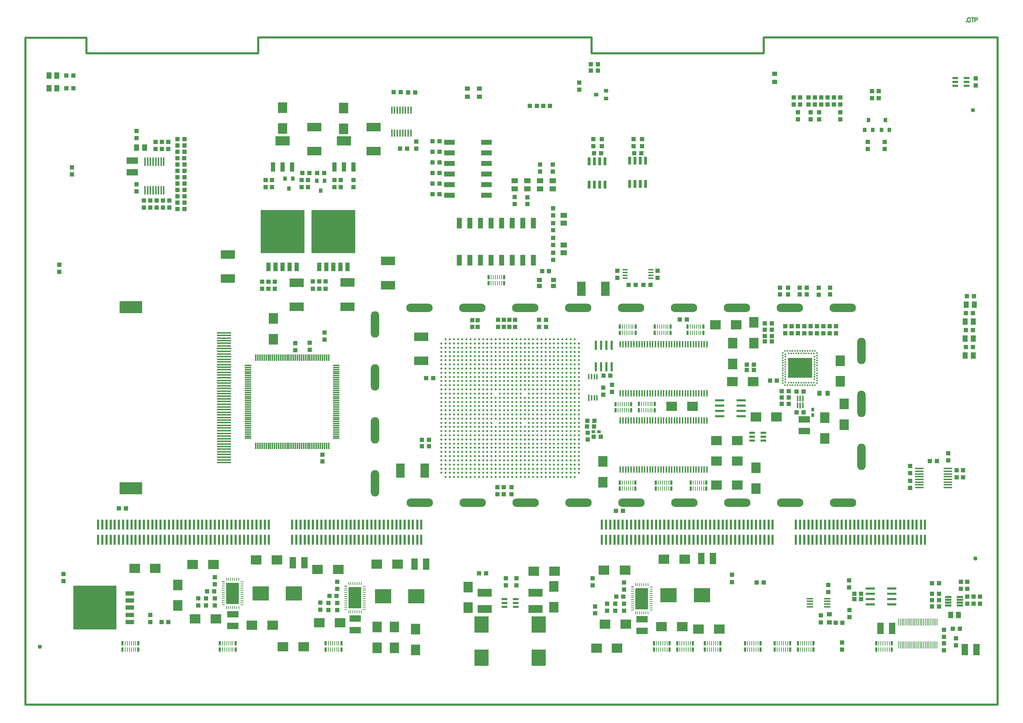
<source format=gtp>
%FSLAX23Y23*%
%MOIN*%
G70*
G01*
G75*
G04 Layer_Color=8421504*
%ADD10C,0.010*%
%ADD11R,0.039X0.043*%
%ADD12C,0.040*%
%ADD13R,0.102X0.087*%
%ADD14R,0.087X0.102*%
%ADD15R,0.024X0.094*%
%ADD16R,0.043X0.039*%
%ADD17R,0.039X0.043*%
%ADD18R,0.010X0.039*%
%ADD19R,0.020X0.039*%
%ADD20R,0.028X0.035*%
%ADD21R,0.106X0.063*%
%ADD22R,0.157X0.138*%
%ADD23R,0.041X0.083*%
%ADD24R,0.413X0.406*%
%ADD25R,0.051X0.063*%
%ADD26R,0.033X0.039*%
%ADD27O,0.016X0.063*%
%ADD28R,0.134X0.085*%
%ADD29R,0.041X0.085*%
%ADD30R,0.033X0.039*%
%ADD31R,0.041X0.085*%
%ADD32R,0.026X0.075*%
%ADD33R,0.138X0.079*%
%ADD34R,0.047X0.039*%
%ADD35R,0.134X0.075*%
%ADD36R,0.138X0.157*%
%ADD37R,0.079X0.138*%
%ADD38R,0.016X0.063*%
%ADD39R,0.063X0.051*%
%ADD40R,0.063X0.106*%
%ADD41R,0.014X0.053*%
%ADD42O,0.250X0.080*%
%ADD43R,0.124X0.202*%
%ADD44O,0.031X0.010*%
%ADD45R,0.031X0.010*%
%ADD46R,0.010X0.031*%
%ADD47O,0.080X0.250*%
%ADD48R,0.024X0.087*%
%ADD49R,0.024X0.087*%
%ADD50C,0.020*%
%ADD51R,0.039X0.047*%
%ADD52R,0.018X0.081*%
%ADD53R,0.047X0.102*%
%ADD54R,0.081X0.018*%
%ADD55R,0.047X0.043*%
%ADD56R,0.047X0.043*%
%ADD57R,0.059X0.020*%
%ADD58R,0.059X0.020*%
%ADD59R,0.035X0.028*%
%ADD60R,0.083X0.041*%
%ADD61R,0.406X0.413*%
%ADD62R,0.039X0.033*%
%ADD63R,0.039X0.033*%
%ADD64R,0.059X0.014*%
%ADD65R,0.087X0.024*%
%ADD66R,0.012X0.065*%
%ADD67R,0.087X0.024*%
%ADD68R,0.049X0.015*%
%ADD69R,0.213X0.118*%
%ADD70R,0.138X0.016*%
%ADD71R,0.057X0.022*%
%ADD72R,0.012X0.063*%
%ADD73R,0.063X0.012*%
%ADD74R,0.102X0.047*%
%ADD75R,0.014X0.053*%
%ADD76R,0.010X0.065*%
%ADD77R,0.012X0.016*%
%ADD78R,0.228X0.189*%
%ADD79R,0.016X0.012*%
%ADD80O,0.014X0.059*%
%ADD81R,0.014X0.059*%
%ADD82C,0.005*%
%ADD83C,0.008*%
%ADD84C,0.020*%
%ADD85C,0.004*%
%ADD86C,0.012*%
%ADD87C,0.006*%
%ADD88C,0.015*%
%ADD89C,0.009*%
%ADD90C,0.130*%
%ADD91C,0.050*%
%ADD92C,0.039*%
%ADD93R,0.039X0.039*%
%ADD94C,0.059*%
%ADD95R,0.059X0.059*%
%ADD96R,0.091X0.091*%
%ADD97C,0.091*%
%ADD98C,0.060*%
%ADD99R,0.059X0.059*%
%ADD100C,0.065*%
%ADD101R,0.060X0.060*%
%ADD102C,0.068*%
%ADD103R,0.059X0.059*%
%ADD104C,0.059*%
%ADD105R,0.100X0.050*%
%ADD106O,0.100X0.050*%
%ADD107C,0.150*%
%ADD108C,0.098*%
%ADD109C,0.083*%
%ADD110C,0.082*%
%ADD111C,0.067*%
%ADD112R,0.067X0.067*%
%ADD113C,0.187*%
%ADD114O,0.050X0.100*%
%ADD115R,0.050X0.100*%
%ADD116C,0.144*%
%ADD117C,0.055*%
%ADD118C,0.016*%
%ADD119C,0.036*%
%ADD120C,0.160*%
%ADD121C,0.020*%
%ADD122C,0.030*%
%ADD123R,0.063X0.071*%
%ADD124R,0.071X0.063*%
%ADD125R,0.039X0.020*%
%ADD126R,0.039X0.010*%
%ADD127C,0.010*%
%ADD128C,0.008*%
%ADD129C,0.004*%
%ADD130C,0.001*%
%ADD131C,0.001*%
%ADD132C,0.007*%
%ADD133C,0.006*%
%ADD134R,0.146X0.031*%
%ADD135R,0.110X0.410*%
%ADD136R,0.110X0.405*%
D11*
X6826Y9513D02*
D03*
Y9447D02*
D03*
X12860Y8147D02*
D03*
X8520Y8053D02*
D03*
Y7987D02*
D03*
X11700Y11667D02*
D03*
Y11733D02*
D03*
X11640Y11667D02*
D03*
Y11733D02*
D03*
X11580Y11667D02*
D03*
Y11733D02*
D03*
X11400Y11667D02*
D03*
Y11733D02*
D03*
X11520Y11667D02*
D03*
Y11733D02*
D03*
X11460Y11667D02*
D03*
Y11733D02*
D03*
X11320Y11667D02*
D03*
Y11733D02*
D03*
X11260Y11667D02*
D03*
Y11733D02*
D03*
X9656Y7087D02*
D03*
Y7154D02*
D03*
X9571Y6954D02*
D03*
Y6887D02*
D03*
X9656Y6887D02*
D03*
X9497Y6955D02*
D03*
Y6888D02*
D03*
X6946Y7095D02*
D03*
Y7162D02*
D03*
X6861Y6962D02*
D03*
Y6895D02*
D03*
X6946Y6895D02*
D03*
X6787Y6963D02*
D03*
Y6896D02*
D03*
X5790Y7137D02*
D03*
Y7203D02*
D03*
Y6937D02*
D03*
Y7003D02*
D03*
X12792Y6628D02*
D03*
Y6562D02*
D03*
X6805Y8362D02*
D03*
X8985Y10201D02*
D03*
X9382Y6863D02*
D03*
X6669Y10954D02*
D03*
X7691Y11318D02*
D03*
X6687Y9417D02*
D03*
X6805Y8296D02*
D03*
X11999Y11793D02*
D03*
Y11727D02*
D03*
X11960Y11313D02*
D03*
Y11247D02*
D03*
X12061Y11793D02*
D03*
Y11727D02*
D03*
X8593Y8053D02*
D03*
Y7987D02*
D03*
X12120Y11313D02*
D03*
Y11247D02*
D03*
X8572Y9634D02*
D03*
Y9568D02*
D03*
X8624Y9634D02*
D03*
Y9568D02*
D03*
X4320Y10153D02*
D03*
Y10087D02*
D03*
X6687Y9351D02*
D03*
X4440Y11073D02*
D03*
Y11007D02*
D03*
X6550Y9415D02*
D03*
Y9349D02*
D03*
X4360Y7167D02*
D03*
Y7233D02*
D03*
X9971Y10031D02*
D03*
Y10097D02*
D03*
X6609Y10887D02*
D03*
Y10954D02*
D03*
X6329Y10887D02*
D03*
Y10954D02*
D03*
X6669Y10887D02*
D03*
X7099Y10887D02*
D03*
Y10954D02*
D03*
X6918Y10888D02*
D03*
Y10955D02*
D03*
X6775Y9996D02*
D03*
X6714Y9929D02*
D03*
Y9996D02*
D03*
X6836D02*
D03*
Y9929D02*
D03*
X6295Y9994D02*
D03*
X6355Y9927D02*
D03*
Y9994D02*
D03*
X7691Y11251D02*
D03*
X10674Y7159D02*
D03*
Y7226D02*
D03*
X11584Y7064D02*
D03*
X11782Y7109D02*
D03*
X11786Y6828D02*
D03*
X5178Y6848D02*
D03*
Y6782D02*
D03*
X8540Y7127D02*
D03*
X8640Y7193D02*
D03*
Y7127D02*
D03*
X9360Y7193D02*
D03*
Y7127D02*
D03*
X9382Y6929D02*
D03*
X9233Y11807D02*
D03*
Y11873D02*
D03*
X6295Y9927D02*
D03*
X6775Y9929D02*
D03*
X9824Y11275D02*
D03*
X9744D02*
D03*
X9444D02*
D03*
X9364D02*
D03*
X13018Y7020D02*
D03*
Y6953D02*
D03*
X12958Y7020D02*
D03*
Y6953D02*
D03*
X12838Y7093D02*
D03*
Y7160D02*
D03*
X12898Y7020D02*
D03*
Y7160D02*
D03*
Y7093D02*
D03*
X12860Y8213D02*
D03*
X12800D02*
D03*
X12360Y8187D02*
D03*
Y8253D02*
D03*
X9591Y10097D02*
D03*
Y10031D02*
D03*
X8221Y9566D02*
D03*
Y9632D02*
D03*
X8271Y9566D02*
D03*
Y9632D02*
D03*
X8467Y9568D02*
D03*
Y9634D02*
D03*
X8518Y9568D02*
D03*
Y9634D02*
D03*
X8460Y7987D02*
D03*
Y8053D02*
D03*
X9744Y11342D02*
D03*
X9824D02*
D03*
X9364D02*
D03*
X9444D02*
D03*
X8981Y11035D02*
D03*
Y11102D02*
D03*
X8861Y11035D02*
D03*
Y11102D02*
D03*
X8741Y10792D02*
D03*
Y10726D02*
D03*
X8621Y10793D02*
D03*
Y10727D02*
D03*
X11660Y9573D02*
D03*
X11601Y9939D02*
D03*
X11497Y9938D02*
D03*
X11180Y9573D02*
D03*
X11240D02*
D03*
X11300D02*
D03*
X11360D02*
D03*
X11420D02*
D03*
X11480D02*
D03*
X11539D02*
D03*
X11599D02*
D03*
X8985Y10548D02*
D03*
Y10481D02*
D03*
Y10621D02*
D03*
Y10688D02*
D03*
Y10341D02*
D03*
Y10408D02*
D03*
Y10268D02*
D03*
X8919Y9567D02*
D03*
Y9633D02*
D03*
X8853Y9567D02*
D03*
Y9633D02*
D03*
X11715Y6522D02*
D03*
X12680Y6514D02*
D03*
Y6580D02*
D03*
Y6640D02*
D03*
Y6706D02*
D03*
X5118Y10762D02*
D03*
Y10695D02*
D03*
X5178Y10762D02*
D03*
Y10695D02*
D03*
X5238Y10762D02*
D03*
Y10695D02*
D03*
X5298Y10762D02*
D03*
Y10695D02*
D03*
X5358Y10762D02*
D03*
Y10695D02*
D03*
X5228Y11248D02*
D03*
Y11315D02*
D03*
X5288Y11248D02*
D03*
Y11315D02*
D03*
X5348Y11248D02*
D03*
Y11315D02*
D03*
X8540Y7193D02*
D03*
X11660Y9507D02*
D03*
X11601Y9873D02*
D03*
X11599Y9507D02*
D03*
X11539D02*
D03*
X11480D02*
D03*
X11420D02*
D03*
X11360D02*
D03*
X11300D02*
D03*
X11240D02*
D03*
X11180D02*
D03*
X11497Y9872D02*
D03*
X11782Y7175D02*
D03*
X11584Y7130D02*
D03*
X11381Y9939D02*
D03*
Y9873D02*
D03*
X11316Y9939D02*
D03*
Y9873D02*
D03*
X11204Y9939D02*
D03*
Y9873D02*
D03*
X11130D02*
D03*
Y9939D02*
D03*
X5705Y6937D02*
D03*
Y7003D02*
D03*
X6946Y6962D02*
D03*
X9656Y6954D02*
D03*
X11517Y6843D02*
D03*
X12800Y8147D02*
D03*
X11517Y6777D02*
D03*
X11786Y6894D02*
D03*
X11715Y6588D02*
D03*
X5050Y11350D02*
D03*
Y11416D02*
D03*
X5048Y10915D02*
D03*
Y10848D02*
D03*
X12360Y8113D02*
D03*
Y8047D02*
D03*
X12720Y8307D02*
D03*
Y8373D02*
D03*
X9312Y8569D02*
D03*
Y8503D02*
D03*
X6269Y10887D02*
D03*
Y10954D02*
D03*
X6979Y10888D02*
D03*
Y10955D02*
D03*
X6235Y9927D02*
D03*
Y9994D02*
D03*
X5631Y6938D02*
D03*
Y7004D02*
D03*
X12980Y11913D02*
D03*
Y11847D02*
D03*
X11700Y11527D02*
D03*
Y11593D02*
D03*
X11420Y11527D02*
D03*
Y11593D02*
D03*
X11500Y11527D02*
D03*
Y11593D02*
D03*
X11300Y11527D02*
D03*
Y11593D02*
D03*
X9458Y8928D02*
D03*
Y8994D02*
D03*
X9542Y8954D02*
D03*
Y9020D02*
D03*
D12*
X12952Y11614D02*
D03*
X12975Y7380D02*
D03*
X4137Y6549D02*
D03*
D13*
X8802Y7260D02*
D03*
X8998D02*
D03*
X5031Y7286D02*
D03*
X5227D02*
D03*
X10724Y8493D02*
D03*
X10528D02*
D03*
X10678Y9051D02*
D03*
X10874D02*
D03*
X11097Y8716D02*
D03*
X10901D02*
D03*
X10724Y8300D02*
D03*
X10528D02*
D03*
X10724Y8073D02*
D03*
X10528D02*
D03*
X10716Y9586D02*
D03*
X10520D02*
D03*
X10556Y6714D02*
D03*
X10360D02*
D03*
X6629Y6546D02*
D03*
X6433D02*
D03*
X10032Y7373D02*
D03*
X10228D02*
D03*
X7318Y7326D02*
D03*
X7514D02*
D03*
X6178Y7367D02*
D03*
X6374D02*
D03*
X10008Y6738D02*
D03*
X10204D02*
D03*
X6138Y6750D02*
D03*
X6334D02*
D03*
X9467Y7271D02*
D03*
X9664D02*
D03*
X6758Y7279D02*
D03*
X6955D02*
D03*
X5580Y7325D02*
D03*
X5776D02*
D03*
X9475Y6760D02*
D03*
X9671D02*
D03*
X6775Y6773D02*
D03*
X6971D02*
D03*
X5602Y6810D02*
D03*
X5798D02*
D03*
X10303Y8818D02*
D03*
X10107D02*
D03*
X9394Y6535D02*
D03*
X9590D02*
D03*
D14*
X7005Y11439D02*
D03*
Y11635D02*
D03*
X6430Y11637D02*
D03*
Y11441D02*
D03*
X5440Y7132D02*
D03*
Y6936D02*
D03*
X6341Y9647D02*
D03*
Y9451D02*
D03*
X8181Y6916D02*
D03*
Y7112D02*
D03*
X8993Y7117D02*
D03*
Y6921D02*
D03*
X10882Y9610D02*
D03*
Y9414D02*
D03*
X11552Y8710D02*
D03*
Y8514D02*
D03*
X11699Y9249D02*
D03*
Y9053D02*
D03*
X10901Y8236D02*
D03*
Y8040D02*
D03*
X10682Y9415D02*
D03*
Y9219D02*
D03*
X9455Y8101D02*
D03*
Y8297D02*
D03*
X7685Y6715D02*
D03*
Y6519D02*
D03*
X7322Y6735D02*
D03*
Y6539D02*
D03*
X7486Y6734D02*
D03*
Y6538D02*
D03*
X11736Y8840D02*
D03*
Y8644D02*
D03*
D15*
X6300Y7558D02*
D03*
X7740D02*
D03*
X6795D02*
D03*
X7740Y7700D02*
D03*
X7386Y7558D02*
D03*
Y7700D02*
D03*
X6874Y7558D02*
D03*
Y7700D02*
D03*
X6300D02*
D03*
X5828Y7558D02*
D03*
Y7700D02*
D03*
X5434Y7558D02*
D03*
X5435Y7700D02*
D03*
X5040Y7558D02*
D03*
X5040Y7700D02*
D03*
X4843Y7558D02*
D03*
Y7700D02*
D03*
X4804Y7558D02*
D03*
Y7700D02*
D03*
X4765Y7558D02*
D03*
Y7700D02*
D03*
X4725Y7558D02*
D03*
Y7700D02*
D03*
X4686Y7558D02*
D03*
Y7700D02*
D03*
X6953Y7558D02*
D03*
Y7700D02*
D03*
X5906Y7558D02*
D03*
Y7700D02*
D03*
X5867Y7558D02*
D03*
X6913D02*
D03*
Y7700D02*
D03*
X5867D02*
D03*
X5355Y7558D02*
D03*
Y7700D02*
D03*
X5315Y7558D02*
D03*
X5316Y7700D02*
D03*
X5276Y7558D02*
D03*
Y7700D02*
D03*
X5237Y7558D02*
D03*
Y7700D02*
D03*
X5198Y7558D02*
D03*
Y7700D02*
D03*
X5158Y7558D02*
D03*
Y7700D02*
D03*
X5119Y7558D02*
D03*
Y7700D02*
D03*
X5080Y7558D02*
D03*
X5080Y7700D02*
D03*
X5394Y7558D02*
D03*
Y7700D02*
D03*
X5749Y7558D02*
D03*
Y7700D02*
D03*
X5709Y7558D02*
D03*
Y7700D02*
D03*
X5670Y7558D02*
D03*
Y7700D02*
D03*
X5631Y7558D02*
D03*
Y7700D02*
D03*
X5591Y7558D02*
D03*
Y7700D02*
D03*
X5552Y7558D02*
D03*
Y7700D02*
D03*
X5513Y7558D02*
D03*
Y7700D02*
D03*
X5473Y7558D02*
D03*
Y7700D02*
D03*
X5788Y7558D02*
D03*
Y7700D02*
D03*
X7307Y7558D02*
D03*
Y7700D02*
D03*
X7268Y7558D02*
D03*
Y7700D02*
D03*
X7228Y7558D02*
D03*
Y7700D02*
D03*
X7190Y7558D02*
D03*
X7189Y7700D02*
D03*
X7149Y7558D02*
D03*
Y7700D02*
D03*
X7110Y7558D02*
D03*
Y7700D02*
D03*
X7071Y7558D02*
D03*
Y7700D02*
D03*
X7031Y7558D02*
D03*
Y7700D02*
D03*
X6992Y7558D02*
D03*
Y7700D02*
D03*
X7701Y7558D02*
D03*
Y7700D02*
D03*
X7661Y7558D02*
D03*
X7660Y7700D02*
D03*
X7622Y7558D02*
D03*
Y7700D02*
D03*
X7583Y7558D02*
D03*
Y7700D02*
D03*
X7543Y7558D02*
D03*
Y7700D02*
D03*
X7504Y7558D02*
D03*
Y7700D02*
D03*
X7464Y7558D02*
D03*
Y7700D02*
D03*
X7425Y7558D02*
D03*
Y7700D02*
D03*
X7346Y7558D02*
D03*
Y7700D02*
D03*
X6261Y7558D02*
D03*
Y7700D02*
D03*
X6221Y7558D02*
D03*
Y7700D02*
D03*
X6182Y7558D02*
D03*
Y7700D02*
D03*
X6143Y7558D02*
D03*
Y7700D02*
D03*
X6103Y7558D02*
D03*
Y7700D02*
D03*
X6064Y7558D02*
D03*
Y7700D02*
D03*
X6024Y7558D02*
D03*
Y7700D02*
D03*
X5985Y7558D02*
D03*
Y7700D02*
D03*
X5946Y7558D02*
D03*
Y7700D02*
D03*
X6795D02*
D03*
X6756Y7558D02*
D03*
Y7700D02*
D03*
X6716Y7558D02*
D03*
Y7700D02*
D03*
X6677Y7558D02*
D03*
Y7700D02*
D03*
X6638Y7558D02*
D03*
Y7700D02*
D03*
X6598Y7558D02*
D03*
Y7700D02*
D03*
X6559Y7558D02*
D03*
Y7700D02*
D03*
X6520Y7558D02*
D03*
Y7700D02*
D03*
X6834Y7558D02*
D03*
Y7700D02*
D03*
X5001Y7558D02*
D03*
Y7700D02*
D03*
X4961Y7558D02*
D03*
Y7700D02*
D03*
X4922Y7558D02*
D03*
Y7700D02*
D03*
X4883Y7558D02*
D03*
Y7700D02*
D03*
X9643D02*
D03*
Y7558D02*
D03*
X9682Y7700D02*
D03*
Y7558D02*
D03*
X9721Y7700D02*
D03*
Y7558D02*
D03*
X9761Y7700D02*
D03*
Y7558D02*
D03*
X10706Y7700D02*
D03*
Y7558D02*
D03*
X10745Y7700D02*
D03*
Y7558D02*
D03*
X10784Y7700D02*
D03*
Y7558D02*
D03*
X10824Y7700D02*
D03*
Y7558D02*
D03*
X10863Y7700D02*
D03*
Y7558D02*
D03*
X10903Y7700D02*
D03*
Y7558D02*
D03*
X10942Y7700D02*
D03*
Y7558D02*
D03*
X10981Y7700D02*
D03*
Y7558D02*
D03*
X11021Y7700D02*
D03*
Y7558D02*
D03*
X10548Y7700D02*
D03*
Y7558D02*
D03*
X10233Y7700D02*
D03*
Y7558D02*
D03*
X10273Y7700D02*
D03*
Y7558D02*
D03*
X10312Y7700D02*
D03*
Y7558D02*
D03*
X10351Y7700D02*
D03*
Y7558D02*
D03*
X10391Y7700D02*
D03*
Y7558D02*
D03*
X10430Y7700D02*
D03*
Y7558D02*
D03*
X10469Y7700D02*
D03*
Y7558D02*
D03*
X10509Y7700D02*
D03*
Y7558D02*
D03*
X10154Y7700D02*
D03*
Y7558D02*
D03*
X9840Y7700D02*
D03*
X9840Y7558D02*
D03*
X9879Y7700D02*
D03*
Y7558D02*
D03*
X9918Y7700D02*
D03*
Y7558D02*
D03*
X9958Y7700D02*
D03*
Y7558D02*
D03*
X9997Y7700D02*
D03*
Y7558D02*
D03*
X10036Y7700D02*
D03*
Y7558D02*
D03*
X10076Y7700D02*
D03*
X10075Y7558D02*
D03*
X10115Y7700D02*
D03*
Y7558D02*
D03*
X10627Y7700D02*
D03*
Y7558D02*
D03*
X10666Y7700D02*
D03*
Y7558D02*
D03*
X9446Y7700D02*
D03*
Y7558D02*
D03*
X9485Y7700D02*
D03*
Y7558D02*
D03*
X9525Y7700D02*
D03*
Y7558D02*
D03*
X9564Y7700D02*
D03*
Y7558D02*
D03*
X9603Y7700D02*
D03*
Y7558D02*
D03*
X9800Y7700D02*
D03*
X9800Y7558D02*
D03*
X10195Y7700D02*
D03*
X10194Y7558D02*
D03*
X10588Y7700D02*
D03*
Y7558D02*
D03*
X11060Y7700D02*
D03*
Y7558D02*
D03*
X11594Y7700D02*
D03*
Y7558D02*
D03*
X11555D02*
D03*
X11280Y7700D02*
D03*
Y7558D02*
D03*
X11319Y7700D02*
D03*
Y7558D02*
D03*
X11358Y7700D02*
D03*
Y7558D02*
D03*
X11398Y7700D02*
D03*
Y7558D02*
D03*
X11437Y7700D02*
D03*
Y7558D02*
D03*
X11476Y7700D02*
D03*
Y7558D02*
D03*
X11516Y7700D02*
D03*
Y7558D02*
D03*
X11555Y7700D02*
D03*
X12106D02*
D03*
Y7558D02*
D03*
X12185Y7700D02*
D03*
Y7558D02*
D03*
X12224Y7700D02*
D03*
Y7558D02*
D03*
X12264Y7700D02*
D03*
Y7558D02*
D03*
X12303Y7700D02*
D03*
Y7558D02*
D03*
X12343Y7700D02*
D03*
Y7558D02*
D03*
X12382Y7700D02*
D03*
Y7558D02*
D03*
X12420Y7700D02*
D03*
X12421Y7558D02*
D03*
X12461Y7700D02*
D03*
Y7558D02*
D03*
X11752Y7700D02*
D03*
Y7558D02*
D03*
X11791Y7700D02*
D03*
Y7558D02*
D03*
X11831Y7700D02*
D03*
Y7558D02*
D03*
X11870Y7700D02*
D03*
Y7558D02*
D03*
X11909Y7700D02*
D03*
Y7558D02*
D03*
X11949Y7700D02*
D03*
X11950Y7558D02*
D03*
X11988Y7700D02*
D03*
Y7558D02*
D03*
X12028Y7700D02*
D03*
Y7558D02*
D03*
X12067Y7700D02*
D03*
Y7558D02*
D03*
X11673Y7700D02*
D03*
X11713D02*
D03*
Y7558D02*
D03*
X11634Y7700D02*
D03*
Y7558D02*
D03*
X12146Y7700D02*
D03*
Y7558D02*
D03*
X12500Y7700D02*
D03*
X11673Y7558D02*
D03*
X12500D02*
D03*
D16*
X9527Y9106D02*
D03*
X9461D02*
D03*
X11286Y8957D02*
D03*
X11352D02*
D03*
X11147Y8960D02*
D03*
X11213D02*
D03*
X11147Y8840D02*
D03*
X11213D02*
D03*
X10182Y9636D02*
D03*
X9307Y8629D02*
D03*
X11353Y8760D02*
D03*
X11287D02*
D03*
X11147Y8900D02*
D03*
X11213D02*
D03*
X9582Y7021D02*
D03*
X9649D02*
D03*
X6873Y7029D02*
D03*
X6940D02*
D03*
X12961Y9856D02*
D03*
X12894D02*
D03*
X12951Y9536D02*
D03*
X12884D02*
D03*
X12951Y9376D02*
D03*
X12884D02*
D03*
X12951Y9696D02*
D03*
X12884D02*
D03*
X9342Y12047D02*
D03*
X9408D02*
D03*
X9342Y11989D02*
D03*
X9408D02*
D03*
X5350Y6781D02*
D03*
X6683Y11021D02*
D03*
X9374Y8681D02*
D03*
X9308D02*
D03*
X7847Y10820D02*
D03*
X7913D02*
D03*
X7847Y10920D02*
D03*
X7913D02*
D03*
X7847Y11020D02*
D03*
X7913D02*
D03*
X7847Y11120D02*
D03*
X7913D02*
D03*
X7847Y11220D02*
D03*
X7913D02*
D03*
X7847Y11320D02*
D03*
X7913D02*
D03*
X4387Y11820D02*
D03*
X4453D02*
D03*
X4387Y11940D02*
D03*
X4453D02*
D03*
X9904Y9964D02*
D03*
X9838D02*
D03*
X6616Y11021D02*
D03*
X6756D02*
D03*
X6823D02*
D03*
X10977Y7153D02*
D03*
X10910D02*
D03*
X5284Y6781D02*
D03*
X7545Y11785D02*
D03*
X7478D02*
D03*
X9751Y11208D02*
D03*
X9818D02*
D03*
X9371D02*
D03*
X9438D02*
D03*
X9373Y8629D02*
D03*
X10248Y9636D02*
D03*
X12632Y6986D02*
D03*
X12565D02*
D03*
X12632Y6926D02*
D03*
Y7046D02*
D03*
Y7146D02*
D03*
X8947Y10093D02*
D03*
X8881D02*
D03*
X9698Y9964D02*
D03*
X9764D02*
D03*
X7747Y8500D02*
D03*
X7813D02*
D03*
X7747Y8440D02*
D03*
X7813D02*
D03*
X8891Y11654D02*
D03*
X8957D02*
D03*
X8767D02*
D03*
X8833D02*
D03*
X7786Y9083D02*
D03*
X7852D02*
D03*
X12763Y6719D02*
D03*
X12829D02*
D03*
X5434Y11042D02*
D03*
X5501Y10982D02*
D03*
X5434D02*
D03*
X5434Y11102D02*
D03*
X5501D02*
D03*
X5434Y10922D02*
D03*
X5434Y11161D02*
D03*
X5500D02*
D03*
X5501Y10862D02*
D03*
X5434D02*
D03*
X5434Y11222D02*
D03*
X5501D02*
D03*
X5501Y10802D02*
D03*
X5434D02*
D03*
X5434Y11282D02*
D03*
X5501D02*
D03*
X5434Y10742D02*
D03*
X5434Y11342D02*
D03*
X5501D02*
D03*
X5501Y10682D02*
D03*
X5434D02*
D03*
X11897Y7048D02*
D03*
Y6997D02*
D03*
X12565Y7146D02*
D03*
Y7046D02*
D03*
Y6926D02*
D03*
X5501Y10922D02*
D03*
X5501Y11042D02*
D03*
X11831Y6997D02*
D03*
X10881Y9162D02*
D03*
X10815D02*
D03*
X11053Y9480D02*
D03*
X10987D02*
D03*
X11053Y9430D02*
D03*
X10987D02*
D03*
X11053Y9540D02*
D03*
X10987D02*
D03*
X11053Y9600D02*
D03*
X10987D02*
D03*
X5501Y10742D02*
D03*
X7616Y11782D02*
D03*
X7682D02*
D03*
X9645Y7830D02*
D03*
X9579D02*
D03*
X11831Y7048D02*
D03*
X10815Y9212D02*
D03*
X10881D02*
D03*
X4948Y7854D02*
D03*
X4882D02*
D03*
X11034Y9062D02*
D03*
X11100D02*
D03*
X12547Y8300D02*
D03*
X12613D02*
D03*
X9368Y8531D02*
D03*
X9434D02*
D03*
X7605Y11251D02*
D03*
X7539D02*
D03*
X11720Y6774D02*
D03*
X11654D02*
D03*
X5783Y7070D02*
D03*
X5717D02*
D03*
X8353Y7240D02*
D03*
X8287D02*
D03*
D17*
X12898Y6953D02*
D03*
D18*
X10408Y8099D02*
D03*
X10070Y9511D02*
D03*
X10051D02*
D03*
X10031D02*
D03*
X10011D02*
D03*
X9992D02*
D03*
X9972D02*
D03*
Y9570D02*
D03*
X9992D02*
D03*
X10011D02*
D03*
X10031D02*
D03*
X10051D02*
D03*
X10070D02*
D03*
X10310Y8099D02*
D03*
X10329D02*
D03*
X10349D02*
D03*
X10369D02*
D03*
X10388D02*
D03*
X10408Y8040D02*
D03*
X10388D02*
D03*
X10369D02*
D03*
X10349D02*
D03*
X10329D02*
D03*
X10310D02*
D03*
X9600Y8839D02*
D03*
X9619D02*
D03*
X9639D02*
D03*
X9659D02*
D03*
X9698D02*
D03*
X9678D02*
D03*
X9698Y8780D02*
D03*
X9678D02*
D03*
X9659D02*
D03*
X9639D02*
D03*
X9619D02*
D03*
X9600D02*
D03*
X11201Y6580D02*
D03*
X11182D02*
D03*
X11162D02*
D03*
X11142D02*
D03*
X11123D02*
D03*
X11103D02*
D03*
X11201Y6521D02*
D03*
X11182D02*
D03*
X11162D02*
D03*
X11142D02*
D03*
X11123D02*
D03*
X11103D02*
D03*
X5001Y6580D02*
D03*
X5021D02*
D03*
X9920Y8781D02*
D03*
X9901D02*
D03*
X9881D02*
D03*
X9861D02*
D03*
X9842D02*
D03*
X9822D02*
D03*
X9980Y8099D02*
D03*
X9999D02*
D03*
X10019D02*
D03*
X10039D02*
D03*
X10058D02*
D03*
X10078D02*
D03*
X10380Y9511D02*
D03*
X10361D02*
D03*
X10341D02*
D03*
X10321D02*
D03*
X10302D02*
D03*
X10282D02*
D03*
X9740D02*
D03*
X9721D02*
D03*
X9701D02*
D03*
X9681D02*
D03*
X9662D02*
D03*
X9642D02*
D03*
X11323Y6521D02*
D03*
X11343D02*
D03*
X11362D02*
D03*
X11382D02*
D03*
X11402D02*
D03*
X11421D02*
D03*
X11323Y6580D02*
D03*
X11343D02*
D03*
X11362D02*
D03*
X11382D02*
D03*
X11402D02*
D03*
X11421D02*
D03*
X12063Y6521D02*
D03*
X12083D02*
D03*
X12102D02*
D03*
X12122D02*
D03*
X12142D02*
D03*
X12161D02*
D03*
X12063Y6580D02*
D03*
X12083D02*
D03*
X12102D02*
D03*
X12122D02*
D03*
X12142D02*
D03*
X12161D02*
D03*
X10183Y6521D02*
D03*
X10203D02*
D03*
X10222D02*
D03*
X10242D02*
D03*
X10262D02*
D03*
X10281D02*
D03*
X10183Y6580D02*
D03*
X10203D02*
D03*
X10222D02*
D03*
X10242D02*
D03*
X10262D02*
D03*
X10281D02*
D03*
X6960Y6580D02*
D03*
X6941D02*
D03*
X6921D02*
D03*
X6901D02*
D03*
X6882D02*
D03*
X6862D02*
D03*
X6960Y6521D02*
D03*
X6941D02*
D03*
X6921D02*
D03*
X6901D02*
D03*
X6882D02*
D03*
X6862D02*
D03*
X5960Y6580D02*
D03*
X5941D02*
D03*
X5921D02*
D03*
X5901D02*
D03*
X5882D02*
D03*
X5862D02*
D03*
X5960Y6521D02*
D03*
X5941D02*
D03*
X5921D02*
D03*
X5901D02*
D03*
X5882D02*
D03*
X5862D02*
D03*
X5040Y6580D02*
D03*
X4981D02*
D03*
X4962D02*
D03*
X4942D02*
D03*
X5040Y6521D02*
D03*
X5021D02*
D03*
X5001D02*
D03*
X4981D02*
D03*
X4962D02*
D03*
X4942D02*
D03*
X10541Y6580D02*
D03*
X10522D02*
D03*
X10502D02*
D03*
X10482D02*
D03*
X10463D02*
D03*
X10443D02*
D03*
X10541Y6521D02*
D03*
X10522D02*
D03*
X10502D02*
D03*
X10482D02*
D03*
X10463D02*
D03*
X10443D02*
D03*
X9822Y8840D02*
D03*
X9842D02*
D03*
X9861D02*
D03*
X9881D02*
D03*
X9901D02*
D03*
X9920D02*
D03*
X10078Y8040D02*
D03*
X10058D02*
D03*
X10039D02*
D03*
X10019D02*
D03*
X9999D02*
D03*
X9980D02*
D03*
X10282Y9570D02*
D03*
X10302D02*
D03*
X10321D02*
D03*
X10341D02*
D03*
X10361D02*
D03*
X10380D02*
D03*
X9642D02*
D03*
X9662D02*
D03*
X9681D02*
D03*
X9701D02*
D03*
X9721D02*
D03*
X9740D02*
D03*
X10823Y6521D02*
D03*
X10843D02*
D03*
X10862D02*
D03*
X10882D02*
D03*
X10902D02*
D03*
X10921D02*
D03*
X10823Y6580D02*
D03*
X10843D02*
D03*
X10862D02*
D03*
X10882D02*
D03*
X10902D02*
D03*
X10921D02*
D03*
X9640Y8040D02*
D03*
X9659D02*
D03*
X9679D02*
D03*
X9699D02*
D03*
X9718D02*
D03*
X9738D02*
D03*
Y8099D02*
D03*
X9718D02*
D03*
X9699D02*
D03*
X9679D02*
D03*
X9659D02*
D03*
X9640Y8099D02*
D03*
X8498Y10039D02*
D03*
X8478D02*
D03*
X8459D02*
D03*
X8439D02*
D03*
X8419D02*
D03*
X8400D02*
D03*
X8498Y9980D02*
D03*
X8478D02*
D03*
X8459D02*
D03*
X8439D02*
D03*
X8419D02*
D03*
X8400D02*
D03*
X10061Y6580D02*
D03*
X10042D02*
D03*
X10022D02*
D03*
X10002D02*
D03*
X9983D02*
D03*
X9963D02*
D03*
X10061Y6521D02*
D03*
X10042D02*
D03*
X10022D02*
D03*
X10002D02*
D03*
X9983D02*
D03*
X9963D02*
D03*
D19*
X10433Y8099D02*
D03*
X10095Y9511D02*
D03*
X9947D02*
D03*
Y9570D02*
D03*
X10095D02*
D03*
X10285Y8099D02*
D03*
X10433Y8040D02*
D03*
X10285D02*
D03*
X9575Y8839D02*
D03*
X9723D02*
D03*
Y8780D02*
D03*
X9575D02*
D03*
X11226Y6580D02*
D03*
X11078D02*
D03*
X11226Y6521D02*
D03*
X11078D02*
D03*
X9945Y8781D02*
D03*
X9797D02*
D03*
X9955Y8099D02*
D03*
X10103D02*
D03*
X10405Y9511D02*
D03*
X10257D02*
D03*
X9765D02*
D03*
X9617D02*
D03*
X11298Y6521D02*
D03*
X11446D02*
D03*
X11298Y6580D02*
D03*
X11446D02*
D03*
X12038Y6521D02*
D03*
X12186D02*
D03*
X12038Y6580D02*
D03*
X12186D02*
D03*
X10158Y6521D02*
D03*
X10306D02*
D03*
X10158Y6580D02*
D03*
X10306D02*
D03*
X6985Y6580D02*
D03*
X6837D02*
D03*
X6985Y6521D02*
D03*
X6837D02*
D03*
X5985Y6580D02*
D03*
X5837D02*
D03*
X5985Y6521D02*
D03*
X5837D02*
D03*
X5065Y6580D02*
D03*
X4917D02*
D03*
X5065Y6521D02*
D03*
X4917D02*
D03*
X10566Y6580D02*
D03*
X10418D02*
D03*
X10566Y6521D02*
D03*
X10418D02*
D03*
X9797Y8840D02*
D03*
X9945D02*
D03*
X10103Y8040D02*
D03*
X9955D02*
D03*
X10257Y9570D02*
D03*
X10405D02*
D03*
X9617D02*
D03*
X9765D02*
D03*
X10798Y6521D02*
D03*
X10946D02*
D03*
X10798Y6580D02*
D03*
X10946D02*
D03*
X9615Y8040D02*
D03*
X9763D02*
D03*
Y8099D02*
D03*
X9615D02*
D03*
X8523Y10039D02*
D03*
X8375D02*
D03*
X8523Y9980D02*
D03*
X8375D02*
D03*
X10086Y6580D02*
D03*
X9938D02*
D03*
X10086Y6521D02*
D03*
X9938D02*
D03*
D20*
X11440Y8734D02*
D03*
Y8786D02*
D03*
D21*
X11360Y8585D02*
D03*
Y8695D02*
D03*
X9826Y6806D02*
D03*
Y6696D02*
D03*
X7116Y6814D02*
D03*
Y6704D02*
D03*
X5008Y11027D02*
D03*
Y11137D02*
D03*
X5960Y6745D02*
D03*
Y6855D02*
D03*
D22*
X10077Y7034D02*
D03*
X10391D02*
D03*
X7378Y7025D02*
D03*
X7692D02*
D03*
X6537Y7050D02*
D03*
X6223D02*
D03*
D23*
X6976Y10134D02*
D03*
X7043D02*
D03*
X6909D02*
D03*
X6775D02*
D03*
X6496D02*
D03*
X6563D02*
D03*
X6429D02*
D03*
X6295D02*
D03*
X6842D02*
D03*
X6362D02*
D03*
D24*
X6909Y10467D02*
D03*
X6429D02*
D03*
D25*
X12965Y9776D02*
D03*
X12890D02*
D03*
X12955Y9456D02*
D03*
X12880D02*
D03*
X12955Y9296D02*
D03*
X12880D02*
D03*
X12955Y9616D02*
D03*
X12880D02*
D03*
X5125Y11262D02*
D03*
X4223Y11820D02*
D03*
X4297D02*
D03*
X4223Y11940D02*
D03*
X4297D02*
D03*
X12741Y6846D02*
D03*
X12816D02*
D03*
X5050Y11262D02*
D03*
D26*
X6752Y10948D02*
D03*
X6452Y10968D02*
D03*
X12004Y11426D02*
D03*
X12163Y11427D02*
D03*
D27*
X10285Y8220D02*
D03*
X10260D02*
D03*
X10209D02*
D03*
X9953D02*
D03*
X10081D02*
D03*
X10234D02*
D03*
X9953Y8683D02*
D03*
X10029D02*
D03*
X10209D02*
D03*
X9671Y8220D02*
D03*
X9748D02*
D03*
X9825D02*
D03*
X9901D02*
D03*
X9978D02*
D03*
X10055D02*
D03*
X10439D02*
D03*
Y8683D02*
D03*
X10081D02*
D03*
X9978D02*
D03*
X9901D02*
D03*
X9825D02*
D03*
X9748D02*
D03*
X9671D02*
D03*
X9620D02*
D03*
X10413Y8220D02*
D03*
X10183D02*
D03*
X10337Y8683D02*
D03*
X9697D02*
D03*
X9774Y8220D02*
D03*
X10388D02*
D03*
X10157D02*
D03*
X10362Y8683D02*
D03*
X10132D02*
D03*
X9722D02*
D03*
X9799Y8220D02*
D03*
X10362D02*
D03*
X10132D02*
D03*
X10388Y8683D02*
D03*
X10157D02*
D03*
X9774D02*
D03*
X9850Y8220D02*
D03*
X10337D02*
D03*
X10413Y8683D02*
D03*
X10183D02*
D03*
X9799D02*
D03*
X9876Y8220D02*
D03*
X10311D02*
D03*
X10029D02*
D03*
X10234Y8683D02*
D03*
X9850D02*
D03*
X9927Y8220D02*
D03*
X10260Y8683D02*
D03*
X9876D02*
D03*
X10004Y8220D02*
D03*
X9646D02*
D03*
X10285Y8683D02*
D03*
X9927D02*
D03*
X10106Y8220D02*
D03*
X9697D02*
D03*
X10311Y8683D02*
D03*
X9646D02*
D03*
X9722Y8220D02*
D03*
X10055Y8683D02*
D03*
X10106D02*
D03*
X10004D02*
D03*
X10285Y8940D02*
D03*
X10260D02*
D03*
X10209D02*
D03*
X9850D02*
D03*
X9953D02*
D03*
X10081D02*
D03*
X10234D02*
D03*
X9953Y9403D02*
D03*
X10029D02*
D03*
X10209D02*
D03*
X9671Y8940D02*
D03*
X9748D02*
D03*
X9825D02*
D03*
X9901D02*
D03*
X9978D02*
D03*
X10055D02*
D03*
X10439D02*
D03*
Y9403D02*
D03*
X10081D02*
D03*
X9978D02*
D03*
X9901D02*
D03*
X9825D02*
D03*
X9748D02*
D03*
X9671D02*
D03*
X9620D02*
D03*
X10413Y8940D02*
D03*
X10183D02*
D03*
X9799D02*
D03*
X10337Y9403D02*
D03*
X10388Y8940D02*
D03*
X10157D02*
D03*
X9774D02*
D03*
X9927Y9403D02*
D03*
X10362D02*
D03*
X10132D02*
D03*
X10362Y8940D02*
D03*
X10132D02*
D03*
X9722D02*
D03*
X9876Y9403D02*
D03*
X10388D02*
D03*
X10157D02*
D03*
X10337Y8940D02*
D03*
X10106D02*
D03*
X9697D02*
D03*
X9850Y9403D02*
D03*
X10413D02*
D03*
X10183D02*
D03*
X10311Y8940D02*
D03*
X10029D02*
D03*
X9646D02*
D03*
X9799Y9403D02*
D03*
X10234D02*
D03*
X9646D02*
D03*
X9774D02*
D03*
X10260D02*
D03*
X9927Y8940D02*
D03*
X9722Y9403D02*
D03*
X10285D02*
D03*
X9876Y8940D02*
D03*
X9697Y9403D02*
D03*
X10311D02*
D03*
X10055D02*
D03*
X10004Y8940D02*
D03*
Y9403D02*
D03*
X10106D02*
D03*
D28*
X7009Y11323D02*
D03*
X6429D02*
D03*
D29*
X7009Y11079D02*
D03*
X7100D02*
D03*
X6520D02*
D03*
X6429D02*
D03*
D30*
X6527Y10968D02*
D03*
X6489Y10874D02*
D03*
X6827Y10948D02*
D03*
X6789Y10854D02*
D03*
X11967Y11520D02*
D03*
X11930Y11426D02*
D03*
X12126Y11521D02*
D03*
X12089Y11427D02*
D03*
D31*
X6919Y11079D02*
D03*
X6339D02*
D03*
D32*
X9859Y11138D02*
D03*
X9709D02*
D03*
X9809D02*
D03*
X9759D02*
D03*
Y10918D02*
D03*
X9809D02*
D03*
X9859D02*
D03*
X9709D02*
D03*
X9326Y10910D02*
D03*
X9476D02*
D03*
X9426D02*
D03*
X9376D02*
D03*
Y11130D02*
D03*
X9426D02*
D03*
X9326D02*
D03*
X9476D02*
D03*
D33*
X6729Y11227D02*
D03*
Y11455D02*
D03*
X7289D02*
D03*
Y11227D02*
D03*
X7042Y9759D02*
D03*
X7424Y9962D02*
D03*
Y10190D02*
D03*
X6562Y9756D02*
D03*
X5913Y10251D02*
D03*
Y10023D02*
D03*
X7740Y9474D02*
D03*
Y9246D02*
D03*
X6562Y9984D02*
D03*
X7042Y9987D02*
D03*
D34*
X8288Y11741D02*
D03*
Y11819D02*
D03*
X8176Y11741D02*
D03*
X11595Y6776D02*
D03*
Y6854D02*
D03*
X8176Y11819D02*
D03*
X11080Y11959D02*
D03*
Y11881D02*
D03*
D35*
X8820Y6903D02*
D03*
Y7057D02*
D03*
X8340Y6903D02*
D03*
Y7057D02*
D03*
D36*
X8850Y6757D02*
D03*
Y6443D02*
D03*
X8310D02*
D03*
Y6757D02*
D03*
D37*
X7543Y8210D02*
D03*
X7771D02*
D03*
X9480Y9928D02*
D03*
X9252D02*
D03*
D38*
X9620Y8220D02*
D03*
Y8940D02*
D03*
D39*
X8861Y10871D02*
D03*
Y10946D02*
D03*
X8741D02*
D03*
Y10871D02*
D03*
X8621Y10946D02*
D03*
Y10871D02*
D03*
X9084Y10546D02*
D03*
Y10620D02*
D03*
X9086Y10341D02*
D03*
Y10267D02*
D03*
X8981Y10946D02*
D03*
Y10871D02*
D03*
D40*
X12189Y6722D02*
D03*
X12079D02*
D03*
X7677Y7329D02*
D03*
X7787D02*
D03*
X10385Y7382D02*
D03*
X10495D02*
D03*
X12987Y6521D02*
D03*
X12877D02*
D03*
X6635Y7340D02*
D03*
X6525D02*
D03*
D41*
X11320Y8825D02*
D03*
X11346Y8828D02*
D03*
X11294Y8892D02*
D03*
X11320D02*
D03*
X11294Y8828D02*
D03*
D42*
X11723Y9749D02*
D03*
X11223D02*
D03*
X10723D02*
D03*
X10223D02*
D03*
X9723D02*
D03*
X9223D02*
D03*
X8723D02*
D03*
X8223D02*
D03*
X7723D02*
D03*
X7725Y7906D02*
D03*
X8225D02*
D03*
X8725D02*
D03*
X9225D02*
D03*
X9725D02*
D03*
X10225D02*
D03*
X10725D02*
D03*
X11225D02*
D03*
X11725D02*
D03*
D43*
X5957Y7051D02*
D03*
X7113Y7010D02*
D03*
X9823Y7002D02*
D03*
D44*
X5869Y7160D02*
D03*
X7025Y7119D02*
D03*
X9735Y7111D02*
D03*
D45*
X5869Y7140D02*
D03*
Y7121D02*
D03*
Y7101D02*
D03*
Y7081D02*
D03*
Y7062D02*
D03*
Y7042D02*
D03*
Y7022D02*
D03*
Y7003D02*
D03*
Y6983D02*
D03*
Y6963D02*
D03*
Y6943D02*
D03*
X6045D02*
D03*
Y6963D02*
D03*
Y6983D02*
D03*
Y7003D02*
D03*
Y7022D02*
D03*
Y7042D02*
D03*
Y7062D02*
D03*
Y7081D02*
D03*
Y7101D02*
D03*
Y7121D02*
D03*
Y7140D02*
D03*
Y7160D02*
D03*
X7025Y7099D02*
D03*
Y7080D02*
D03*
Y7060D02*
D03*
Y7040D02*
D03*
Y7021D02*
D03*
Y7001D02*
D03*
Y6981D02*
D03*
Y6962D02*
D03*
Y6942D02*
D03*
Y6922D02*
D03*
Y6902D02*
D03*
X7201D02*
D03*
Y6922D02*
D03*
Y6942D02*
D03*
Y6962D02*
D03*
Y6981D02*
D03*
Y7001D02*
D03*
Y7021D02*
D03*
Y7040D02*
D03*
Y7060D02*
D03*
Y7080D02*
D03*
Y7099D02*
D03*
Y7119D02*
D03*
X9911Y7111D02*
D03*
Y7091D02*
D03*
Y7072D02*
D03*
Y7052D02*
D03*
Y7032D02*
D03*
Y7013D02*
D03*
Y6993D02*
D03*
Y6973D02*
D03*
Y6954D02*
D03*
Y6934D02*
D03*
Y6914D02*
D03*
Y6894D02*
D03*
X9735D02*
D03*
Y6914D02*
D03*
Y6934D02*
D03*
Y6954D02*
D03*
Y6973D02*
D03*
Y6993D02*
D03*
Y7013D02*
D03*
Y7032D02*
D03*
Y7052D02*
D03*
Y7072D02*
D03*
Y7091D02*
D03*
D46*
X5898Y6918D02*
D03*
X5917D02*
D03*
X5937D02*
D03*
X5957D02*
D03*
X5976D02*
D03*
X5996D02*
D03*
X6016D02*
D03*
Y7184D02*
D03*
X5996D02*
D03*
X5976D02*
D03*
X5957D02*
D03*
X5937D02*
D03*
X5917D02*
D03*
X5898D02*
D03*
X7054Y6877D02*
D03*
X7073D02*
D03*
X7093D02*
D03*
X7113D02*
D03*
X7132D02*
D03*
X7152D02*
D03*
X7172D02*
D03*
Y7143D02*
D03*
X7152D02*
D03*
X7132D02*
D03*
X7113D02*
D03*
X7093D02*
D03*
X7073D02*
D03*
X7054D02*
D03*
X9764Y7135D02*
D03*
X9783D02*
D03*
X9803D02*
D03*
X9823D02*
D03*
X9842D02*
D03*
X9862D02*
D03*
X9882D02*
D03*
Y6869D02*
D03*
X9862D02*
D03*
X9842D02*
D03*
X9823D02*
D03*
X9803D02*
D03*
X9783D02*
D03*
X9764D02*
D03*
D47*
X11900Y9342D02*
D03*
Y8842D02*
D03*
Y8342D02*
D03*
X7303Y8091D02*
D03*
Y8591D02*
D03*
Y9091D02*
D03*
Y9591D02*
D03*
D48*
X9439Y9190D02*
D03*
X9489D02*
D03*
X9539D02*
D03*
X9389Y9394D02*
D03*
X9439D02*
D03*
X9489D02*
D03*
X9539D02*
D03*
D49*
X9389Y9190D02*
D03*
D50*
X8403Y8820D02*
D03*
X8206Y8702D02*
D03*
X8167D02*
D03*
X7970Y8938D02*
D03*
X9111Y8898D02*
D03*
X9033D02*
D03*
X7930Y8544D02*
D03*
X7970D02*
D03*
X8206Y8977D02*
D03*
X8245Y8938D02*
D03*
X8088Y8269D02*
D03*
X9230Y8347D02*
D03*
X9033D02*
D03*
Y8583D02*
D03*
X9190Y8387D02*
D03*
X9072Y8583D02*
D03*
X8009Y8820D02*
D03*
X8088Y8859D02*
D03*
X8285Y8741D02*
D03*
X8049Y8859D02*
D03*
X8324Y8741D02*
D03*
X8206Y8898D02*
D03*
X8167Y8938D02*
D03*
X8915Y9056D02*
D03*
X9190Y9213D02*
D03*
X9151D02*
D03*
X9230Y9095D02*
D03*
Y9135D02*
D03*
X9033Y9174D02*
D03*
X8993D02*
D03*
X9072Y9253D02*
D03*
X9033D02*
D03*
X8954Y9017D02*
D03*
X9111D02*
D03*
X8993Y9213D02*
D03*
X9151Y8977D02*
D03*
X8954Y9174D02*
D03*
X9190Y9253D02*
D03*
X8915Y9135D02*
D03*
X8403Y8780D02*
D03*
X8009Y8898D02*
D03*
X8127Y8702D02*
D03*
X8049Y8898D02*
D03*
Y8702D02*
D03*
X8245Y8662D02*
D03*
X8285D02*
D03*
X8324Y8702D02*
D03*
X8875Y8426D02*
D03*
X8915D02*
D03*
X7970Y8229D02*
D03*
X8088Y8662D02*
D03*
X8049D02*
D03*
X8167Y8387D02*
D03*
Y8347D02*
D03*
X7930Y8308D02*
D03*
X7970D02*
D03*
X8009D02*
D03*
X8049D02*
D03*
X7930Y8426D02*
D03*
X7970D02*
D03*
X7930Y8269D02*
D03*
Y8229D02*
D03*
X8088Y8623D02*
D03*
Y8583D02*
D03*
X8049Y8387D02*
D03*
Y8347D02*
D03*
X7930Y8505D02*
D03*
X8678Y8741D02*
D03*
X8718Y8702D02*
D03*
X8875Y8190D02*
D03*
Y8229D02*
D03*
X8718Y8426D02*
D03*
X8757D02*
D03*
X8797Y8269D02*
D03*
Y8308D02*
D03*
X8875Y8150D02*
D03*
X8915D02*
D03*
X8757Y8308D02*
D03*
Y8347D02*
D03*
X8836Y8150D02*
D03*
Y8190D02*
D03*
X8797D02*
D03*
Y8229D02*
D03*
X9151Y8150D02*
D03*
Y8190D02*
D03*
X8993Y8269D02*
D03*
Y8308D02*
D03*
X9072Y8150D02*
D03*
X9111D02*
D03*
X8757Y8583D02*
D03*
Y8623D02*
D03*
X8797Y8465D02*
D03*
X8954Y8387D02*
D03*
Y8426D02*
D03*
X9111Y8229D02*
D03*
X9151D02*
D03*
X7930Y8623D02*
D03*
Y8347D02*
D03*
X7970D02*
D03*
X8088Y8544D02*
D03*
X8127D02*
D03*
X8088Y8426D02*
D03*
Y8387D02*
D03*
X8206Y8583D02*
D03*
X8245Y8544D02*
D03*
X8206Y8505D02*
D03*
Y8465D02*
D03*
X8167Y8583D02*
D03*
Y8544D02*
D03*
X7970Y8387D02*
D03*
X8009D02*
D03*
X8049Y8544D02*
D03*
X8639Y9095D02*
D03*
X8678Y9135D02*
D03*
X8718Y9213D02*
D03*
Y9253D02*
D03*
Y9292D02*
D03*
X8757D02*
D03*
X8797Y9450D02*
D03*
X8836D02*
D03*
X8639Y9056D02*
D03*
X8678D02*
D03*
X8836Y9292D02*
D03*
Y9331D02*
D03*
X8757Y9213D02*
D03*
X8797D02*
D03*
X8718Y9095D02*
D03*
Y9135D02*
D03*
X8797Y9371D02*
D03*
Y9410D02*
D03*
Y9253D02*
D03*
Y9292D02*
D03*
X8875Y9410D02*
D03*
Y9450D02*
D03*
X8836Y9371D02*
D03*
X8875D02*
D03*
X8836Y8347D02*
D03*
Y8387D02*
D03*
X8875Y9331D02*
D03*
X8915D02*
D03*
X8993Y9450D02*
D03*
X9033D02*
D03*
X8954Y8308D02*
D03*
Y8347D02*
D03*
X8678Y8583D02*
D03*
Y8623D02*
D03*
X8836Y8269D02*
D03*
Y8308D02*
D03*
X8954Y8150D02*
D03*
Y8190D02*
D03*
X8797Y8387D02*
D03*
Y8426D02*
D03*
X8915Y8229D02*
D03*
X8954D02*
D03*
X8678Y8544D02*
D03*
X8718D02*
D03*
X8954Y9371D02*
D03*
Y9410D02*
D03*
X9151Y9331D02*
D03*
Y9371D02*
D03*
X8993Y9292D02*
D03*
X9033D02*
D03*
X9072Y9331D02*
D03*
X9111D02*
D03*
X8797Y9095D02*
D03*
X8836Y9135D02*
D03*
X8757Y8977D02*
D03*
Y9017D02*
D03*
X9033Y9331D02*
D03*
Y9371D02*
D03*
X9111Y9410D02*
D03*
X9151D02*
D03*
X9072Y9450D02*
D03*
X9111D02*
D03*
X9072Y9371D02*
D03*
Y9410D02*
D03*
X8915Y9253D02*
D03*
Y9292D02*
D03*
X8954D02*
D03*
Y9331D02*
D03*
X8757Y9095D02*
D03*
Y9135D02*
D03*
X8718Y9017D02*
D03*
Y9056D02*
D03*
X8993Y9371D02*
D03*
Y9410D02*
D03*
X8797Y9174D02*
D03*
X8836D02*
D03*
Y9253D02*
D03*
X8875D02*
D03*
X8993Y8190D02*
D03*
Y8229D02*
D03*
X8875Y8347D02*
D03*
Y8387D02*
D03*
X9033Y8150D02*
D03*
Y8190D02*
D03*
X8678Y8662D02*
D03*
X8718Y8623D02*
D03*
Y8465D02*
D03*
X8757Y8505D02*
D03*
X9072Y8190D02*
D03*
Y8229D02*
D03*
X8915Y8308D02*
D03*
Y8347D02*
D03*
Y9450D02*
D03*
Y9410D02*
D03*
X8875Y8269D02*
D03*
X8915D02*
D03*
X8088Y9056D02*
D03*
X8127D02*
D03*
X9190Y8977D02*
D03*
X9111Y9292D02*
D03*
Y8938D02*
D03*
X9190Y9371D02*
D03*
X9151Y9292D02*
D03*
X8993Y9253D02*
D03*
X9072Y8938D02*
D03*
X9190Y9410D02*
D03*
X8954Y9213D02*
D03*
X8875Y9174D02*
D03*
X8915Y9213D02*
D03*
X9072Y8977D02*
D03*
Y9017D02*
D03*
X9230Y9292D02*
D03*
X9190D02*
D03*
X8088Y9174D02*
D03*
X8049D02*
D03*
X8088Y9253D02*
D03*
X8049D02*
D03*
Y8977D02*
D03*
X8088D02*
D03*
X7970Y9410D02*
D03*
Y9371D02*
D03*
Y8505D02*
D03*
X8009D02*
D03*
X8049Y8583D02*
D03*
X8009D02*
D03*
X8049Y9331D02*
D03*
Y9292D02*
D03*
X8285Y8465D02*
D03*
X8245D02*
D03*
X8285Y8426D02*
D03*
X8245Y8387D02*
D03*
X8127Y8347D02*
D03*
X8088D02*
D03*
X8521Y9331D02*
D03*
X8482D02*
D03*
X8521Y8150D02*
D03*
X8482D02*
D03*
X8206Y9292D02*
D03*
X8324Y8465D02*
D03*
X8206Y9253D02*
D03*
X8363Y8505D02*
D03*
X8324Y8820D02*
D03*
X8363D02*
D03*
X8009Y8702D02*
D03*
X8049Y8741D02*
D03*
Y8780D02*
D03*
X8009D02*
D03*
Y8859D02*
D03*
X8324Y8662D02*
D03*
X8127Y8898D02*
D03*
Y8938D02*
D03*
Y8662D02*
D03*
X8363Y8898D02*
D03*
X8206Y8623D02*
D03*
X8167D02*
D03*
X8049Y8938D02*
D03*
X8954Y8741D02*
D03*
X9033Y8780D02*
D03*
X8915Y8820D02*
D03*
X8954D02*
D03*
X7930Y8702D02*
D03*
X8993Y8859D02*
D03*
Y8820D02*
D03*
X8875Y8780D02*
D03*
X9072Y8820D02*
D03*
X9190Y8583D02*
D03*
X9230D02*
D03*
X8954Y8505D02*
D03*
X9033Y8308D02*
D03*
X9072Y8426D02*
D03*
X9151Y8308D02*
D03*
X9190Y9450D02*
D03*
X9151D02*
D03*
X8954D02*
D03*
X8757D02*
D03*
X8639D02*
D03*
X8600D02*
D03*
X8560D02*
D03*
X8363D02*
D03*
X8167D02*
D03*
X7970D02*
D03*
X9230Y9410D02*
D03*
X9033D02*
D03*
X8836D02*
D03*
X8639D02*
D03*
X8442D02*
D03*
X8285D02*
D03*
X8245D02*
D03*
X8049D02*
D03*
X7930D02*
D03*
X9230Y9371D02*
D03*
X9111D02*
D03*
X8915D02*
D03*
X8718D02*
D03*
X8521D02*
D03*
X8324D02*
D03*
X8127D02*
D03*
X7930D02*
D03*
X9230Y9331D02*
D03*
X9190D02*
D03*
X8993D02*
D03*
X8797D02*
D03*
X8600D02*
D03*
X8403D02*
D03*
X8245D02*
D03*
X8206D02*
D03*
X8127D02*
D03*
X8088D02*
D03*
X8009D02*
D03*
X7970D02*
D03*
X9072Y9292D02*
D03*
X8875D02*
D03*
X8678D02*
D03*
X8482D02*
D03*
X8285D02*
D03*
X8127D02*
D03*
X8088D02*
D03*
X8009D02*
D03*
X9230Y9253D02*
D03*
X9151D02*
D03*
X9111D02*
D03*
X8954D02*
D03*
X8757D02*
D03*
X8560D02*
D03*
X8363D02*
D03*
X8245D02*
D03*
X8167D02*
D03*
X8127D02*
D03*
X8009D02*
D03*
X7970D02*
D03*
X7930D02*
D03*
X9230Y9213D02*
D03*
X9111D02*
D03*
X9072D02*
D03*
X9033D02*
D03*
X8875D02*
D03*
X8836D02*
D03*
X8639D02*
D03*
X8442D02*
D03*
X8403D02*
D03*
X8245D02*
D03*
X8167D02*
D03*
X8127D02*
D03*
X8088D02*
D03*
X8049D02*
D03*
X7930D02*
D03*
X9230Y9174D02*
D03*
X9190D02*
D03*
X9151D02*
D03*
X9111D02*
D03*
X9072D02*
D03*
X8915D02*
D03*
X8757D02*
D03*
X8718D02*
D03*
X8521D02*
D03*
X8324D02*
D03*
X8167D02*
D03*
X8127D02*
D03*
X7930D02*
D03*
X9190Y9135D02*
D03*
X9151D02*
D03*
X9111D02*
D03*
X9072D02*
D03*
X9033D02*
D03*
X8993D02*
D03*
X8954D02*
D03*
X8875D02*
D03*
X8797D02*
D03*
X8639D02*
D03*
X8600D02*
D03*
X8403D02*
D03*
X8324D02*
D03*
X8245D02*
D03*
X8206D02*
D03*
X8167D02*
D03*
X8127D02*
D03*
X8009D02*
D03*
X9190Y9095D02*
D03*
X9151D02*
D03*
X9111D02*
D03*
X9072D02*
D03*
X9033D02*
D03*
X8993D02*
D03*
X8954D02*
D03*
X8915D02*
D03*
X8875D02*
D03*
X8836D02*
D03*
X8678D02*
D03*
X8521D02*
D03*
X8482D02*
D03*
X8442D02*
D03*
X8324D02*
D03*
X8285D02*
D03*
X8127D02*
D03*
X8088D02*
D03*
X8049D02*
D03*
X9230Y9056D02*
D03*
X9190D02*
D03*
X9151D02*
D03*
X9111D02*
D03*
X9072D02*
D03*
X9033D02*
D03*
X8993D02*
D03*
X8954D02*
D03*
X8875D02*
D03*
X8836D02*
D03*
X8797D02*
D03*
X8757D02*
D03*
X8560D02*
D03*
X8521D02*
D03*
X8403D02*
D03*
X8363D02*
D03*
X8324D02*
D03*
X8167D02*
D03*
X8049D02*
D03*
X7970D02*
D03*
X9230Y9017D02*
D03*
X9190D02*
D03*
X9151D02*
D03*
X9033D02*
D03*
X8993D02*
D03*
X8915D02*
D03*
X8875D02*
D03*
X8836D02*
D03*
X8797D02*
D03*
X8678D02*
D03*
X8639D02*
D03*
X8442D02*
D03*
X8363D02*
D03*
X8324D02*
D03*
X8285D02*
D03*
X8245D02*
D03*
X8206D02*
D03*
X8049D02*
D03*
X9230Y8977D02*
D03*
X9111D02*
D03*
X9033D02*
D03*
X8993D02*
D03*
X8954D02*
D03*
X8915D02*
D03*
X8875D02*
D03*
X8836D02*
D03*
X8797D02*
D03*
X8718D02*
D03*
X8678D02*
D03*
X8639D02*
D03*
X8521D02*
D03*
X8482D02*
D03*
X8363D02*
D03*
X8324D02*
D03*
X8285D02*
D03*
X8245D02*
D03*
X8167D02*
D03*
X8127D02*
D03*
X8009D02*
D03*
X7970D02*
D03*
X7930D02*
D03*
X9230Y8938D02*
D03*
X9190D02*
D03*
X9151D02*
D03*
X9033D02*
D03*
X8993D02*
D03*
X8954D02*
D03*
X8915D02*
D03*
X8875D02*
D03*
X8836D02*
D03*
X8797D02*
D03*
X8757D02*
D03*
X8678D02*
D03*
X8639D02*
D03*
X8600D02*
D03*
X8521D02*
D03*
X8403D02*
D03*
X8363D02*
D03*
X8324D02*
D03*
X8285D02*
D03*
X8206D02*
D03*
X8009D02*
D03*
X7930D02*
D03*
X9230Y8898D02*
D03*
X9190D02*
D03*
X9151D02*
D03*
X9072D02*
D03*
X8993D02*
D03*
X8954D02*
D03*
X8915D02*
D03*
X8875D02*
D03*
X8836D02*
D03*
X8797D02*
D03*
X8757D02*
D03*
X8718D02*
D03*
X8678D02*
D03*
X8639D02*
D03*
X8560D02*
D03*
X8521D02*
D03*
X8482D02*
D03*
X8324D02*
D03*
X8285D02*
D03*
X8245D02*
D03*
X8167D02*
D03*
X8088D02*
D03*
X7970D02*
D03*
X7930D02*
D03*
X9230Y8859D02*
D03*
X9190D02*
D03*
X9151D02*
D03*
X9111D02*
D03*
X8954D02*
D03*
X8915D02*
D03*
X8875D02*
D03*
X8836D02*
D03*
X8797D02*
D03*
X8757D02*
D03*
X8718D02*
D03*
X8678D02*
D03*
X8639D02*
D03*
X8600D02*
D03*
X8560D02*
D03*
X8521D02*
D03*
X8442D02*
D03*
X8363D02*
D03*
X8324D02*
D03*
X8167D02*
D03*
X8127D02*
D03*
X7970D02*
D03*
X7930D02*
D03*
X9230Y8820D02*
D03*
X9190D02*
D03*
X9151D02*
D03*
X9111D02*
D03*
X9033D02*
D03*
X8836D02*
D03*
X8797D02*
D03*
X8757D02*
D03*
X8718D02*
D03*
X8678D02*
D03*
X8639D02*
D03*
X8560D02*
D03*
X8482D02*
D03*
X8442D02*
D03*
X8245D02*
D03*
X8049D02*
D03*
X7970D02*
D03*
X7930D02*
D03*
X9230Y8780D02*
D03*
X9190D02*
D03*
X9151D02*
D03*
X9111D02*
D03*
X8993D02*
D03*
X8954D02*
D03*
X8915D02*
D03*
X8836D02*
D03*
X8797D02*
D03*
X8757D02*
D03*
X8718D02*
D03*
X8678D02*
D03*
X8600D02*
D03*
X8521D02*
D03*
X8482D02*
D03*
X8442D02*
D03*
X8363D02*
D03*
X8324D02*
D03*
X8127D02*
D03*
X7970D02*
D03*
X7930D02*
D03*
X9230Y8741D02*
D03*
X9190D02*
D03*
X9151D02*
D03*
X9111D02*
D03*
X9072D02*
D03*
X9033D02*
D03*
X8993D02*
D03*
X8915D02*
D03*
X8875D02*
D03*
X8836D02*
D03*
X8797D02*
D03*
X8757D02*
D03*
X8718D02*
D03*
X8639D02*
D03*
X8600D02*
D03*
X8560D02*
D03*
X8482D02*
D03*
X8442D02*
D03*
X8403D02*
D03*
X8363D02*
D03*
X8245D02*
D03*
X8206D02*
D03*
X8009D02*
D03*
X7970D02*
D03*
X7930D02*
D03*
X9230Y8702D02*
D03*
X9190D02*
D03*
X9151D02*
D03*
X9111D02*
D03*
X9072D02*
D03*
X9033D02*
D03*
X8993D02*
D03*
X8954D02*
D03*
X8915D02*
D03*
X8875D02*
D03*
X8836D02*
D03*
X8797D02*
D03*
X8757D02*
D03*
X8678D02*
D03*
X8639D02*
D03*
X8600D02*
D03*
X8482D02*
D03*
X8442D02*
D03*
X8403D02*
D03*
X8363D02*
D03*
X8285D02*
D03*
X8245D02*
D03*
X8088D02*
D03*
X7970D02*
D03*
X9151Y8662D02*
D03*
X9111D02*
D03*
X9072D02*
D03*
X9033D02*
D03*
X8993D02*
D03*
X8954D02*
D03*
X8915D02*
D03*
X8875D02*
D03*
X8836D02*
D03*
X8797D02*
D03*
X8757D02*
D03*
X8639D02*
D03*
X8560D02*
D03*
X8521D02*
D03*
X8482D02*
D03*
X8403D02*
D03*
X8363D02*
D03*
X8206D02*
D03*
X8167D02*
D03*
X8009D02*
D03*
X7970D02*
D03*
X7930D02*
D03*
X9230Y8623D02*
D03*
X9033D02*
D03*
X8993D02*
D03*
X8954D02*
D03*
X8915D02*
D03*
X8875D02*
D03*
X8836D02*
D03*
X8797D02*
D03*
X8639D02*
D03*
X8521D02*
D03*
X8482D02*
D03*
X8442D02*
D03*
X8363D02*
D03*
X8324D02*
D03*
X8285D02*
D03*
X8245D02*
D03*
X8049D02*
D03*
X8009D02*
D03*
X7970D02*
D03*
X9111Y8583D02*
D03*
X8954D02*
D03*
X8915D02*
D03*
X8875D02*
D03*
X8836D02*
D03*
X8797D02*
D03*
X8718D02*
D03*
X8521D02*
D03*
X8482D02*
D03*
X8363D02*
D03*
X8324D02*
D03*
X8285D02*
D03*
X8245D02*
D03*
X8127D02*
D03*
X7970D02*
D03*
X7930D02*
D03*
X9190Y8544D02*
D03*
X8993D02*
D03*
X8836D02*
D03*
X8797D02*
D03*
X8757D02*
D03*
X8600D02*
D03*
X8403D02*
D03*
X8363D02*
D03*
X8324D02*
D03*
X8285D02*
D03*
X8206D02*
D03*
X8009D02*
D03*
X9072Y8505D02*
D03*
X8875D02*
D03*
X8797D02*
D03*
X8718D02*
D03*
X8678D02*
D03*
X8482D02*
D03*
X8442D02*
D03*
X8324D02*
D03*
X8285D02*
D03*
X8245D02*
D03*
X8167D02*
D03*
X8127D02*
D03*
X8088D02*
D03*
X8049D02*
D03*
X9151Y8465D02*
D03*
X8993D02*
D03*
X8954D02*
D03*
X8915D02*
D03*
X8757D02*
D03*
X8560D02*
D03*
X8521D02*
D03*
X8403D02*
D03*
X8363D02*
D03*
X8167D02*
D03*
X8127D02*
D03*
X8088D02*
D03*
X8049D02*
D03*
X8009D02*
D03*
X7970D02*
D03*
X7930D02*
D03*
X9230Y8426D02*
D03*
X9033D02*
D03*
X8836D02*
D03*
X8639D02*
D03*
X8482D02*
D03*
X8442D02*
D03*
X8403D02*
D03*
X8324D02*
D03*
X8245D02*
D03*
X8206D02*
D03*
X8049D02*
D03*
X8009D02*
D03*
X9111Y8387D02*
D03*
X8915D02*
D03*
X8757D02*
D03*
X8718D02*
D03*
X8600D02*
D03*
X8521D02*
D03*
X8482D02*
D03*
X8324D02*
D03*
X8285D02*
D03*
X8206D02*
D03*
X8127D02*
D03*
X7930D02*
D03*
X9190Y8347D02*
D03*
X8993D02*
D03*
X8797D02*
D03*
X8600D02*
D03*
X8403D02*
D03*
X8206D02*
D03*
X8009D02*
D03*
X9072Y8308D02*
D03*
X8875D02*
D03*
X8678D02*
D03*
X8482D02*
D03*
X8285D02*
D03*
X8088D02*
D03*
X9151Y8269D02*
D03*
X8954D02*
D03*
X8757D02*
D03*
X8560D02*
D03*
X8363D02*
D03*
X8167D02*
D03*
X7970D02*
D03*
X9230Y8229D02*
D03*
X9033D02*
D03*
X8836D02*
D03*
X8639D02*
D03*
X8442D02*
D03*
X8324D02*
D03*
X8245D02*
D03*
X8049D02*
D03*
X9230Y8190D02*
D03*
X9111D02*
D03*
X8915D02*
D03*
X8718D02*
D03*
X8521D02*
D03*
X8324D02*
D03*
X8127D02*
D03*
X7970D02*
D03*
X7930D02*
D03*
X9190Y8150D02*
D03*
X8993D02*
D03*
X8797D02*
D03*
X8757D02*
D03*
X8600D02*
D03*
X8403D02*
D03*
X8206D02*
D03*
X8009D02*
D03*
X7970D02*
D03*
X8560Y8623D02*
D03*
Y8938D02*
D03*
Y8780D02*
D03*
X8600Y8898D02*
D03*
Y8662D02*
D03*
X8521Y8702D02*
D03*
Y8741D02*
D03*
X8560Y8702D02*
D03*
X8600Y8623D02*
D03*
X8560Y8977D02*
D03*
X8600D02*
D03*
Y8820D02*
D03*
X8639Y8780D02*
D03*
X9230Y8505D02*
D03*
Y8465D02*
D03*
Y8269D02*
D03*
X8442Y9450D02*
D03*
Y9371D02*
D03*
Y9331D02*
D03*
Y9292D02*
D03*
Y9253D02*
D03*
Y9174D02*
D03*
Y9135D02*
D03*
Y9056D02*
D03*
Y8977D02*
D03*
Y8898D02*
D03*
Y8583D02*
D03*
Y8544D02*
D03*
Y8465D02*
D03*
Y8387D02*
D03*
Y8347D02*
D03*
Y8308D02*
D03*
Y8269D02*
D03*
Y8190D02*
D03*
Y8150D02*
D03*
X8403Y9450D02*
D03*
Y9410D02*
D03*
Y9371D02*
D03*
Y9292D02*
D03*
Y9253D02*
D03*
Y9174D02*
D03*
Y9095D02*
D03*
Y9017D02*
D03*
Y8977D02*
D03*
Y8623D02*
D03*
Y8583D02*
D03*
Y8505D02*
D03*
Y8387D02*
D03*
Y8308D02*
D03*
Y8269D02*
D03*
Y8229D02*
D03*
Y8190D02*
D03*
X8363Y9410D02*
D03*
Y9371D02*
D03*
Y9331D02*
D03*
Y9292D02*
D03*
Y9213D02*
D03*
Y9174D02*
D03*
Y9135D02*
D03*
Y9095D02*
D03*
Y8426D02*
D03*
Y8387D02*
D03*
Y8347D02*
D03*
Y8308D02*
D03*
Y8229D02*
D03*
Y8190D02*
D03*
Y8150D02*
D03*
X8324Y9450D02*
D03*
Y9410D02*
D03*
Y9331D02*
D03*
Y9292D02*
D03*
Y9253D02*
D03*
Y9213D02*
D03*
Y8347D02*
D03*
Y8308D02*
D03*
Y8269D02*
D03*
Y8150D02*
D03*
X8285Y9450D02*
D03*
Y9371D02*
D03*
Y9331D02*
D03*
Y9253D02*
D03*
Y9213D02*
D03*
Y9174D02*
D03*
Y8859D02*
D03*
Y8820D02*
D03*
Y8780D02*
D03*
Y8347D02*
D03*
Y8269D02*
D03*
Y8229D02*
D03*
Y8190D02*
D03*
Y8150D02*
D03*
X8245Y9450D02*
D03*
Y9371D02*
D03*
Y9292D02*
D03*
Y9174D02*
D03*
Y9095D02*
D03*
Y8859D02*
D03*
Y8780D02*
D03*
Y8347D02*
D03*
Y8308D02*
D03*
Y8269D02*
D03*
Y8190D02*
D03*
Y8150D02*
D03*
X8206Y9450D02*
D03*
Y9410D02*
D03*
Y9371D02*
D03*
Y9213D02*
D03*
Y9174D02*
D03*
Y9095D02*
D03*
Y9056D02*
D03*
Y8859D02*
D03*
Y8820D02*
D03*
Y8780D02*
D03*
Y8308D02*
D03*
Y8269D02*
D03*
Y8229D02*
D03*
Y8190D02*
D03*
X8167Y9410D02*
D03*
Y9371D02*
D03*
Y9331D02*
D03*
Y9292D02*
D03*
Y9095D02*
D03*
Y9017D02*
D03*
Y8820D02*
D03*
Y8780D02*
D03*
Y8741D02*
D03*
Y8426D02*
D03*
Y8308D02*
D03*
Y8229D02*
D03*
Y8190D02*
D03*
Y8150D02*
D03*
X8127Y9450D02*
D03*
Y8820D02*
D03*
Y8741D02*
D03*
Y8426D02*
D03*
Y8308D02*
D03*
Y8269D02*
D03*
Y8229D02*
D03*
Y8150D02*
D03*
X8088Y9450D02*
D03*
Y9410D02*
D03*
Y9371D02*
D03*
Y9135D02*
D03*
Y8938D02*
D03*
Y8820D02*
D03*
Y8780D02*
D03*
Y8741D02*
D03*
Y8229D02*
D03*
Y8190D02*
D03*
Y8150D02*
D03*
X8049Y9450D02*
D03*
Y9371D02*
D03*
Y8269D02*
D03*
Y8190D02*
D03*
Y8150D02*
D03*
X8009Y9450D02*
D03*
Y9410D02*
D03*
Y9371D02*
D03*
Y9213D02*
D03*
Y9095D02*
D03*
Y8269D02*
D03*
Y8229D02*
D03*
Y8190D02*
D03*
X7970Y9213D02*
D03*
Y9135D02*
D03*
Y9095D02*
D03*
Y9017D02*
D03*
X7930Y9135D02*
D03*
Y9095D02*
D03*
Y9056D02*
D03*
Y9017D02*
D03*
X9190Y8623D02*
D03*
Y8465D02*
D03*
Y8426D02*
D03*
Y8269D02*
D03*
X9151Y8583D02*
D03*
Y8544D02*
D03*
Y8426D02*
D03*
Y8347D02*
D03*
X9111Y8544D02*
D03*
Y8505D02*
D03*
X9072Y8859D02*
D03*
Y8780D02*
D03*
X9033Y8859D02*
D03*
Y8505D02*
D03*
Y8465D02*
D03*
X8875Y8820D02*
D03*
X8757Y9410D02*
D03*
Y9371D02*
D03*
Y9331D02*
D03*
Y8229D02*
D03*
Y8190D02*
D03*
X8718Y9450D02*
D03*
Y9410D02*
D03*
Y9331D02*
D03*
Y8347D02*
D03*
Y8308D02*
D03*
Y8269D02*
D03*
Y8229D02*
D03*
Y8150D02*
D03*
X8678Y9450D02*
D03*
Y9410D02*
D03*
Y9371D02*
D03*
Y9331D02*
D03*
Y9253D02*
D03*
Y9213D02*
D03*
Y9174D02*
D03*
Y8465D02*
D03*
Y8426D02*
D03*
Y8387D02*
D03*
Y8347D02*
D03*
Y8269D02*
D03*
Y8229D02*
D03*
Y8190D02*
D03*
Y8150D02*
D03*
X8639Y9371D02*
D03*
Y9331D02*
D03*
Y9292D02*
D03*
Y9253D02*
D03*
Y9174D02*
D03*
Y8583D02*
D03*
Y8544D02*
D03*
Y8505D02*
D03*
Y8465D02*
D03*
Y8387D02*
D03*
Y8347D02*
D03*
Y8308D02*
D03*
Y8269D02*
D03*
Y8190D02*
D03*
Y8150D02*
D03*
X8600Y9410D02*
D03*
Y9371D02*
D03*
Y9292D02*
D03*
Y9253D02*
D03*
Y9213D02*
D03*
Y9174D02*
D03*
Y9095D02*
D03*
Y9056D02*
D03*
Y9017D02*
D03*
Y8583D02*
D03*
Y8505D02*
D03*
Y8465D02*
D03*
Y8426D02*
D03*
Y8308D02*
D03*
Y8269D02*
D03*
Y8229D02*
D03*
Y8190D02*
D03*
X8560Y9410D02*
D03*
Y9371D02*
D03*
Y9331D02*
D03*
Y9292D02*
D03*
Y9213D02*
D03*
Y9174D02*
D03*
Y9135D02*
D03*
Y9095D02*
D03*
Y9017D02*
D03*
Y8583D02*
D03*
Y8544D02*
D03*
Y8505D02*
D03*
Y8426D02*
D03*
Y8387D02*
D03*
Y8347D02*
D03*
Y8308D02*
D03*
Y8229D02*
D03*
Y8190D02*
D03*
Y8150D02*
D03*
X8521Y9450D02*
D03*
Y9410D02*
D03*
Y9292D02*
D03*
Y9253D02*
D03*
Y9213D02*
D03*
Y9135D02*
D03*
Y9017D02*
D03*
Y8544D02*
D03*
Y8505D02*
D03*
Y8426D02*
D03*
Y8347D02*
D03*
Y8308D02*
D03*
Y8269D02*
D03*
Y8229D02*
D03*
X8482Y9450D02*
D03*
Y9410D02*
D03*
Y9371D02*
D03*
Y9253D02*
D03*
Y9213D02*
D03*
Y9174D02*
D03*
Y9135D02*
D03*
Y9056D02*
D03*
Y9017D02*
D03*
Y8938D02*
D03*
Y8859D02*
D03*
Y8544D02*
D03*
Y8465D02*
D03*
Y8347D02*
D03*
Y8269D02*
D03*
Y8229D02*
D03*
Y8190D02*
D03*
X8521Y8820D02*
D03*
X8127Y9410D02*
D03*
X8285Y9056D02*
D03*
X8245D02*
D03*
X8009Y9174D02*
D03*
X7970Y9292D02*
D03*
Y9174D02*
D03*
X7930Y9292D02*
D03*
X8009Y9017D02*
D03*
Y9056D02*
D03*
X8049Y9135D02*
D03*
X8285D02*
D03*
X8127Y9017D02*
D03*
X8088D02*
D03*
X8403Y8898D02*
D03*
X8127Y8623D02*
D03*
X9230Y8308D02*
D03*
X9111Y8347D02*
D03*
Y8308D02*
D03*
X9072Y8387D02*
D03*
Y8347D02*
D03*
Y8269D02*
D03*
X8993Y8387D02*
D03*
X9230D02*
D03*
X9190Y8662D02*
D03*
X9111Y8465D02*
D03*
Y8426D02*
D03*
X9072Y8465D02*
D03*
X9033Y8544D02*
D03*
X8954D02*
D03*
X8993Y8426D02*
D03*
X9230Y8662D02*
D03*
X9190Y8505D02*
D03*
X9151D02*
D03*
X9072Y8544D02*
D03*
X8993Y8583D02*
D03*
X8915Y8544D02*
D03*
Y8505D02*
D03*
X8875Y8465D02*
D03*
X9190Y8308D02*
D03*
Y8229D02*
D03*
Y8190D02*
D03*
X9111Y8269D02*
D03*
X9033D02*
D03*
X8875Y8544D02*
D03*
X8836Y8505D02*
D03*
Y8465D02*
D03*
X9111Y8623D02*
D03*
X9151D02*
D03*
Y8387D02*
D03*
X9033D02*
D03*
X9072Y8623D02*
D03*
X9230Y8544D02*
D03*
X8993Y8505D02*
D03*
X8403Y8859D02*
D03*
X7930Y9331D02*
D03*
D51*
X11579Y8940D02*
D03*
X11501D02*
D03*
D52*
X5154Y10858D02*
D03*
X5179D02*
D03*
X5205D02*
D03*
X5231D02*
D03*
X5256D02*
D03*
X5282D02*
D03*
X5307D02*
D03*
X5154Y11126D02*
D03*
X5231D02*
D03*
X5256D02*
D03*
X5282D02*
D03*
X5307D02*
D03*
X5205D02*
D03*
X5128Y10858D02*
D03*
X5179Y11126D02*
D03*
X5128D02*
D03*
D53*
X8098Y10196D02*
D03*
X8198D02*
D03*
X8298D02*
D03*
X8398D02*
D03*
X8498D02*
D03*
X8598D02*
D03*
X8698D02*
D03*
X8798D02*
D03*
Y10546D02*
D03*
X8698D02*
D03*
X8598D02*
D03*
X8498D02*
D03*
X8398D02*
D03*
X8298D02*
D03*
X8198D02*
D03*
X8098D02*
D03*
D54*
X12714Y8102D02*
D03*
Y8127D02*
D03*
X12446Y8230D02*
D03*
Y8204D02*
D03*
Y8178D02*
D03*
Y8153D02*
D03*
Y8127D02*
D03*
Y8102D02*
D03*
Y8076D02*
D03*
Y8050D02*
D03*
X12714Y8230D02*
D03*
Y8204D02*
D03*
Y8178D02*
D03*
Y8153D02*
D03*
Y8050D02*
D03*
Y8076D02*
D03*
D55*
X8854Y10012D02*
D03*
X8988D02*
D03*
Y9953D02*
D03*
D56*
X8854D02*
D03*
D57*
X12718Y6965D02*
D03*
Y6990D02*
D03*
Y6939D02*
D03*
X12829Y7016D02*
D03*
Y6990D02*
D03*
Y6965D02*
D03*
Y6939D02*
D03*
D58*
X12718Y7016D02*
D03*
D59*
X9366Y8576D02*
D03*
X9418D02*
D03*
D60*
X4986Y6849D02*
D03*
Y6983D02*
D03*
Y7050D02*
D03*
Y6916D02*
D03*
Y6782D02*
D03*
D61*
X4654Y6916D02*
D03*
D62*
X9393Y11760D02*
D03*
X9487Y11723D02*
D03*
D63*
Y11797D02*
D03*
D64*
X11412Y6976D02*
D03*
Y6950D02*
D03*
Y7001D02*
D03*
Y6924D02*
D03*
X11576Y7001D02*
D03*
Y6976D02*
D03*
Y6950D02*
D03*
Y6924D02*
D03*
D65*
X11982Y6998D02*
D03*
Y7048D02*
D03*
Y7098D02*
D03*
Y6948D02*
D03*
X12186Y7098D02*
D03*
Y7048D02*
D03*
Y6998D02*
D03*
Y6948D02*
D03*
X10762Y8725D02*
D03*
Y8775D02*
D03*
Y8825D02*
D03*
Y8875D02*
D03*
X10558Y8725D02*
D03*
Y8775D02*
D03*
Y8825D02*
D03*
D66*
X7615Y11614D02*
D03*
X7641D02*
D03*
X7513Y11396D02*
D03*
X7615D02*
D03*
X7487D02*
D03*
X7589D02*
D03*
X7538Y11614D02*
D03*
X7513D02*
D03*
X7461D02*
D03*
X7487D02*
D03*
X7564D02*
D03*
X7589D02*
D03*
X7461Y11396D02*
D03*
X7538D02*
D03*
X7564D02*
D03*
X7641D02*
D03*
D67*
X10558Y8875D02*
D03*
D68*
X9664Y10106D02*
D03*
Y10080D02*
D03*
Y10055D02*
D03*
Y10029D02*
D03*
X9910Y10106D02*
D03*
Y10080D02*
D03*
Y10055D02*
D03*
Y10029D02*
D03*
D69*
X4997Y9755D02*
D03*
Y8045D02*
D03*
D70*
X5875Y8288D02*
D03*
Y8312D02*
D03*
Y8337D02*
D03*
Y8363D02*
D03*
Y8387D02*
D03*
Y8413D02*
D03*
Y8438D02*
D03*
Y8462D02*
D03*
Y8488D02*
D03*
Y8512D02*
D03*
Y8538D02*
D03*
Y8562D02*
D03*
Y8587D02*
D03*
Y8613D02*
D03*
Y8637D02*
D03*
Y8663D02*
D03*
Y8688D02*
D03*
Y8712D02*
D03*
Y8738D02*
D03*
Y8762D02*
D03*
Y8788D02*
D03*
Y8812D02*
D03*
Y8837D02*
D03*
Y8863D02*
D03*
Y8887D02*
D03*
Y8913D02*
D03*
Y8938D02*
D03*
Y8962D02*
D03*
Y8988D02*
D03*
Y9012D02*
D03*
Y9038D02*
D03*
Y9062D02*
D03*
Y9087D02*
D03*
Y9113D02*
D03*
Y9137D02*
D03*
Y9163D02*
D03*
Y9188D02*
D03*
Y9212D02*
D03*
Y9238D02*
D03*
Y9262D02*
D03*
Y9288D02*
D03*
Y9312D02*
D03*
Y9337D02*
D03*
Y9363D02*
D03*
X5875Y9387D02*
D03*
X5875Y9413D02*
D03*
Y9438D02*
D03*
Y9462D02*
D03*
Y9488D02*
D03*
Y9512D02*
D03*
D71*
X8633Y6923D02*
D03*
Y6960D02*
D03*
Y6997D02*
D03*
X8527D02*
D03*
Y6960D02*
D03*
Y6923D02*
D03*
X10973Y8493D02*
D03*
Y8530D02*
D03*
Y8567D02*
D03*
X10867D02*
D03*
Y8530D02*
D03*
Y8493D02*
D03*
X12893Y11843D02*
D03*
Y11880D02*
D03*
Y11917D02*
D03*
X12787D02*
D03*
Y11880D02*
D03*
Y11843D02*
D03*
D72*
X6195Y8443D02*
D03*
X6431D02*
D03*
X6471D02*
D03*
X6530D02*
D03*
X6550D02*
D03*
X6569D02*
D03*
X6589D02*
D03*
X6609D02*
D03*
X6628D02*
D03*
X6687D02*
D03*
X6707D02*
D03*
X6727D02*
D03*
X6746D02*
D03*
X6766D02*
D03*
X6786D02*
D03*
X6825D02*
D03*
X6864D02*
D03*
X6530Y9277D02*
D03*
X6845D02*
D03*
X6176Y8443D02*
D03*
X6333D02*
D03*
X6353D02*
D03*
X6451D02*
D03*
X6490D02*
D03*
X6510D02*
D03*
X6648D02*
D03*
X6668D02*
D03*
X6845D02*
D03*
X6864Y9277D02*
D03*
X6825D02*
D03*
X6668D02*
D03*
X6648D02*
D03*
X6510D02*
D03*
X6490D02*
D03*
X6451D02*
D03*
X6353D02*
D03*
X6333D02*
D03*
X6176D02*
D03*
X6727D02*
D03*
X6766D02*
D03*
X6746D02*
D03*
X6628D02*
D03*
X6372D02*
D03*
X6313D02*
D03*
X6392D02*
D03*
X6294D02*
D03*
X6254D02*
D03*
X6215D02*
D03*
X6235Y8443D02*
D03*
X6254D02*
D03*
X6274D02*
D03*
X6313D02*
D03*
X6412D02*
D03*
X6274Y9277D02*
D03*
X6235D02*
D03*
X6195D02*
D03*
X6215Y8443D02*
D03*
X6294D02*
D03*
X6372D02*
D03*
X6392D02*
D03*
X6569Y9277D02*
D03*
X6609D02*
D03*
X6431D02*
D03*
X6589D02*
D03*
X6550D02*
D03*
X6412D02*
D03*
X6687D02*
D03*
X6707D02*
D03*
X6786D02*
D03*
X6805D02*
D03*
Y8443D02*
D03*
X6471Y9277D02*
D03*
D73*
X6937Y8535D02*
D03*
Y8575D02*
D03*
Y9185D02*
D03*
X6103Y8535D02*
D03*
Y8850D02*
D03*
Y8909D02*
D03*
Y8949D02*
D03*
X6937Y8516D02*
D03*
Y8693D02*
D03*
Y8850D02*
D03*
Y8870D02*
D03*
Y8909D02*
D03*
Y9047D02*
D03*
Y9204D02*
D03*
X6103D02*
D03*
Y9185D02*
D03*
Y9165D02*
D03*
Y9145D02*
D03*
Y8988D02*
D03*
Y8870D02*
D03*
Y8830D02*
D03*
Y8811D02*
D03*
Y8673D02*
D03*
Y8516D02*
D03*
Y9126D02*
D03*
Y9086D02*
D03*
Y9047D02*
D03*
Y9008D02*
D03*
Y8968D02*
D03*
Y8929D02*
D03*
Y8890D02*
D03*
Y8791D02*
D03*
Y8752D02*
D03*
Y8712D02*
D03*
Y8693D02*
D03*
Y8653D02*
D03*
Y8614D02*
D03*
Y8575D02*
D03*
Y8555D02*
D03*
Y9106D02*
D03*
Y9067D02*
D03*
Y9027D02*
D03*
Y8634D02*
D03*
Y8771D02*
D03*
Y8594D02*
D03*
Y8732D02*
D03*
X6937Y9086D02*
D03*
Y9067D02*
D03*
Y9027D02*
D03*
Y9008D02*
D03*
Y8988D02*
D03*
Y8968D02*
D03*
Y8949D02*
D03*
Y8929D02*
D03*
Y8890D02*
D03*
Y8830D02*
D03*
Y8811D02*
D03*
Y8791D02*
D03*
Y8771D02*
D03*
Y8752D02*
D03*
Y8732D02*
D03*
Y8712D02*
D03*
Y8594D02*
D03*
Y8555D02*
D03*
Y8614D02*
D03*
Y9165D02*
D03*
Y9145D02*
D03*
Y9126D02*
D03*
Y9106D02*
D03*
Y8673D02*
D03*
Y8653D02*
D03*
Y8634D02*
D03*
D74*
X8355Y10810D02*
D03*
Y10910D02*
D03*
Y11010D02*
D03*
Y11110D02*
D03*
Y11210D02*
D03*
Y11310D02*
D03*
X8005D02*
D03*
Y11210D02*
D03*
Y11110D02*
D03*
Y11010D02*
D03*
Y10910D02*
D03*
Y10810D02*
D03*
D75*
X11346Y8892D02*
D03*
D76*
X12612Y6782D02*
D03*
X12596D02*
D03*
X12581D02*
D03*
X12565D02*
D03*
X12549D02*
D03*
X12533D02*
D03*
X12518D02*
D03*
X12502D02*
D03*
X12486D02*
D03*
X12470D02*
D03*
X12455D02*
D03*
X12439D02*
D03*
X12423D02*
D03*
X12407D02*
D03*
X12392D02*
D03*
X12376D02*
D03*
X12360D02*
D03*
X12344D02*
D03*
X12329D02*
D03*
X12313D02*
D03*
X12297D02*
D03*
X12281D02*
D03*
X12266D02*
D03*
X12250D02*
D03*
X12612Y6564D02*
D03*
X12596D02*
D03*
X12581D02*
D03*
X12565D02*
D03*
X12549D02*
D03*
X12533D02*
D03*
X12518D02*
D03*
X12502D02*
D03*
X12486D02*
D03*
X12470D02*
D03*
X12455D02*
D03*
X12439D02*
D03*
X12423D02*
D03*
X12407D02*
D03*
X12392D02*
D03*
X12376D02*
D03*
X12360D02*
D03*
X12344D02*
D03*
X12329D02*
D03*
X12313D02*
D03*
X12297D02*
D03*
X12281D02*
D03*
X12266D02*
D03*
X12250D02*
D03*
D77*
X11247Y9019D02*
D03*
X11236Y9042D02*
D03*
X11212Y9317D02*
D03*
X11224Y9340D02*
D03*
X11295D02*
D03*
X11318D02*
D03*
X11354Y9317D02*
D03*
X11401D02*
D03*
X11413Y9340D02*
D03*
X11460D02*
D03*
Y9019D02*
D03*
X11448Y9042D02*
D03*
X11436Y9019D02*
D03*
X11425Y9042D02*
D03*
X11413Y9019D02*
D03*
X11401Y9042D02*
D03*
X11389Y9019D02*
D03*
X11377Y9042D02*
D03*
X11366Y9019D02*
D03*
X11354Y9042D02*
D03*
X11342Y9019D02*
D03*
X11330Y9042D02*
D03*
X11318Y9019D02*
D03*
X11306Y9042D02*
D03*
X11295Y9019D02*
D03*
X11283Y9042D02*
D03*
X11271Y9019D02*
D03*
X11259Y9042D02*
D03*
X11224Y9019D02*
D03*
X11212Y9042D02*
D03*
X11200Y9019D02*
D03*
X11177D02*
D03*
X11448Y9317D02*
D03*
X11425D02*
D03*
X11200Y9340D02*
D03*
X11177D02*
D03*
X11436D02*
D03*
X11377Y9317D02*
D03*
X11366Y9340D02*
D03*
X11342D02*
D03*
X11330Y9317D02*
D03*
X11306D02*
D03*
X11283D02*
D03*
X11271Y9340D02*
D03*
X11259Y9317D02*
D03*
X11247Y9340D02*
D03*
X11236Y9317D02*
D03*
X11389Y9340D02*
D03*
D78*
X11318Y9180D02*
D03*
D79*
X11479Y9321D02*
D03*
X11455Y9215D02*
D03*
X11479Y9179D02*
D03*
X11455Y9144D02*
D03*
X11479Y9132D02*
D03*
X11455Y9120D02*
D03*
X11479Y9109D02*
D03*
Y9085D02*
D03*
X11455Y9073D02*
D03*
X11479Y9061D02*
D03*
Y9038D02*
D03*
X11156D02*
D03*
X11180Y9049D02*
D03*
Y9073D02*
D03*
Y9097D02*
D03*
Y9309D02*
D03*
X11156Y9297D02*
D03*
X11180Y9262D02*
D03*
X11156Y9179D02*
D03*
X11180Y9168D02*
D03*
X11156Y9061D02*
D03*
X11180Y9238D02*
D03*
X11156Y9203D02*
D03*
X11180Y9191D02*
D03*
Y9144D02*
D03*
X11156Y9085D02*
D03*
X11455Y9097D02*
D03*
X11479Y9156D02*
D03*
X11455Y9168D02*
D03*
X11156Y9321D02*
D03*
Y9250D02*
D03*
X11180Y9215D02*
D03*
X11156Y9132D02*
D03*
Y9109D02*
D03*
Y9274D02*
D03*
Y9227D02*
D03*
Y9156D02*
D03*
X11180Y9120D02*
D03*
Y9286D02*
D03*
X11455D02*
D03*
X11479Y9297D02*
D03*
X11455Y9262D02*
D03*
X11479Y9274D02*
D03*
Y9250D02*
D03*
X11455Y9238D02*
D03*
X11479Y9227D02*
D03*
Y9203D02*
D03*
X11455Y9191D02*
D03*
D80*
X9400Y9096D02*
D03*
X9374D02*
D03*
X9349D02*
D03*
X9323D02*
D03*
X9400Y8899D02*
D03*
X9374D02*
D03*
X9349D02*
D03*
D81*
X9323D02*
D03*
D84*
X13185Y6000D02*
Y12300D01*
X3999Y6000D02*
Y12299D01*
Y6000D02*
X13185D01*
X4575Y12150D02*
Y12299D01*
Y12150D02*
X6200D01*
Y12300D01*
X9350Y12150D02*
Y12300D01*
Y12150D02*
X10975D01*
Y12300D01*
X3999Y12299D02*
X4574D01*
X6200Y12300D02*
X9349D01*
X10975D02*
X13185D01*
D89*
X12888Y12453D02*
X12886Y12451D01*
X12888Y12449D01*
X12890Y12451D01*
X12888Y12453D01*
X12927Y12479D02*
X12925Y12483D01*
X12921Y12487D01*
X12918Y12489D01*
X12910D01*
X12906Y12487D01*
X12902Y12483D01*
X12900Y12479D01*
X12899Y12474D01*
Y12464D01*
X12900Y12459D01*
X12902Y12455D01*
X12906Y12451D01*
X12910Y12449D01*
X12918D01*
X12921Y12451D01*
X12925Y12455D01*
X12927Y12459D01*
Y12464D01*
X12918D02*
X12927D01*
X12950Y12489D02*
Y12449D01*
X12936Y12489D02*
X12963D01*
X12968Y12468D02*
X12985D01*
X12991Y12470D01*
X12992Y12472D01*
X12994Y12476D01*
Y12481D01*
X12992Y12485D01*
X12991Y12487D01*
X12985Y12489D01*
X12968D01*
Y12449D01*
M02*

</source>
